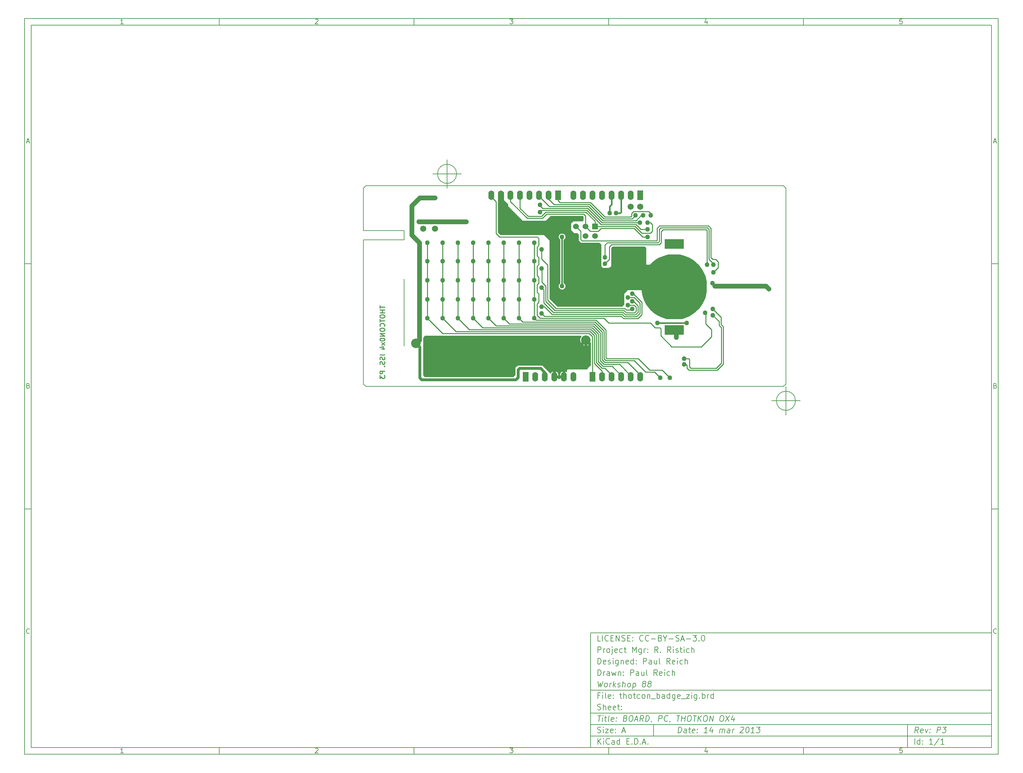
<source format=gbl>
G04 (created by PCBNEW (2012-11-15 BZR 3804)-stable) date Wed 13 Mar 2013 22:53:22 CDT*
%MOIN*%
G04 Gerber Fmt 3.4, Leading zero omitted, Abs format*
%FSLAX34Y34*%
G01*
G70*
G90*
G04 APERTURE LIST*
%ADD10C,0.006*%
%ADD11C,0.01*%
%ADD12C,0.00590551*%
%ADD13R,0.045X0.045*%
%ADD14R,0.096X0.04*%
%ADD15R,0.045X0.096*%
%ADD16R,0.095X0.04*%
%ADD17R,0.2X0.1*%
%ADD18R,0.055X0.055*%
%ADD19R,0.06X0.06*%
%ADD20C,0.06*%
%ADD21C,0.065*%
%ADD22C,0.1*%
%ADD23R,0.06X0.1*%
%ADD24O,0.06X0.1*%
%ADD25C,0.05*%
%ADD26C,0.015*%
%ADD27C,0.05*%
%ADD28C,0.03*%
%ADD29C,0.025*%
%ADD30C,0.009*%
%ADD31C,0.005*%
G04 APERTURE END LIST*
G54D10*
X-41000Y34000D02*
X61000Y34000D01*
X61000Y-43000D01*
X-41000Y-43000D01*
X-41000Y34000D01*
X-40300Y33300D02*
X60300Y33300D01*
X60300Y-42300D01*
X-40300Y-42300D01*
X-40300Y33300D01*
X-20600Y34000D02*
X-20600Y33300D01*
X-30657Y33447D02*
X-30942Y33447D01*
X-30800Y33447D02*
X-30800Y33947D01*
X-30847Y33876D01*
X-30895Y33828D01*
X-30942Y33804D01*
X-20600Y-43000D02*
X-20600Y-42300D01*
X-30657Y-42852D02*
X-30942Y-42852D01*
X-30800Y-42852D02*
X-30800Y-42352D01*
X-30847Y-42423D01*
X-30895Y-42471D01*
X-30942Y-42495D01*
X-200Y34000D02*
X-200Y33300D01*
X-10542Y33900D02*
X-10519Y33923D01*
X-10471Y33947D01*
X-10352Y33947D01*
X-10304Y33923D01*
X-10280Y33900D01*
X-10257Y33852D01*
X-10257Y33804D01*
X-10280Y33733D01*
X-10566Y33447D01*
X-10257Y33447D01*
X-200Y-43000D02*
X-200Y-42300D01*
X-10542Y-42400D02*
X-10519Y-42376D01*
X-10471Y-42352D01*
X-10352Y-42352D01*
X-10304Y-42376D01*
X-10280Y-42400D01*
X-10257Y-42447D01*
X-10257Y-42495D01*
X-10280Y-42566D01*
X-10566Y-42852D01*
X-10257Y-42852D01*
X20200Y34000D02*
X20200Y33300D01*
X9833Y33947D02*
X10142Y33947D01*
X9976Y33757D01*
X10047Y33757D01*
X10095Y33733D01*
X10119Y33709D01*
X10142Y33661D01*
X10142Y33542D01*
X10119Y33495D01*
X10095Y33471D01*
X10047Y33447D01*
X9904Y33447D01*
X9857Y33471D01*
X9833Y33495D01*
X20200Y-43000D02*
X20200Y-42300D01*
X9833Y-42352D02*
X10142Y-42352D01*
X9976Y-42542D01*
X10047Y-42542D01*
X10095Y-42566D01*
X10119Y-42590D01*
X10142Y-42638D01*
X10142Y-42757D01*
X10119Y-42804D01*
X10095Y-42828D01*
X10047Y-42852D01*
X9904Y-42852D01*
X9857Y-42828D01*
X9833Y-42804D01*
X40600Y34000D02*
X40600Y33300D01*
X30495Y33780D02*
X30495Y33447D01*
X30376Y33971D02*
X30257Y33614D01*
X30566Y33614D01*
X40600Y-43000D02*
X40600Y-42300D01*
X30495Y-42519D02*
X30495Y-42852D01*
X30376Y-42328D02*
X30257Y-42685D01*
X30566Y-42685D01*
X50919Y33947D02*
X50680Y33947D01*
X50657Y33709D01*
X50680Y33733D01*
X50728Y33757D01*
X50847Y33757D01*
X50895Y33733D01*
X50919Y33709D01*
X50942Y33661D01*
X50942Y33542D01*
X50919Y33495D01*
X50895Y33471D01*
X50847Y33447D01*
X50728Y33447D01*
X50680Y33471D01*
X50657Y33495D01*
X50919Y-42352D02*
X50680Y-42352D01*
X50657Y-42590D01*
X50680Y-42566D01*
X50728Y-42542D01*
X50847Y-42542D01*
X50895Y-42566D01*
X50919Y-42590D01*
X50942Y-42638D01*
X50942Y-42757D01*
X50919Y-42804D01*
X50895Y-42828D01*
X50847Y-42852D01*
X50728Y-42852D01*
X50680Y-42828D01*
X50657Y-42804D01*
X-41000Y8340D02*
X-40300Y8340D01*
X-40769Y21110D02*
X-40530Y21110D01*
X-40816Y20967D02*
X-40649Y21467D01*
X-40483Y20967D01*
X61000Y8340D02*
X60300Y8340D01*
X60530Y21110D02*
X60769Y21110D01*
X60483Y20967D02*
X60650Y21467D01*
X60816Y20967D01*
X-41000Y-17320D02*
X-40300Y-17320D01*
X-40614Y-4430D02*
X-40542Y-4454D01*
X-40519Y-4478D01*
X-40495Y-4525D01*
X-40495Y-4597D01*
X-40519Y-4644D01*
X-40542Y-4668D01*
X-40590Y-4692D01*
X-40780Y-4692D01*
X-40780Y-4192D01*
X-40614Y-4192D01*
X-40566Y-4216D01*
X-40542Y-4240D01*
X-40519Y-4287D01*
X-40519Y-4335D01*
X-40542Y-4382D01*
X-40566Y-4406D01*
X-40614Y-4430D01*
X-40780Y-4430D01*
X61000Y-17320D02*
X60300Y-17320D01*
X60685Y-4430D02*
X60757Y-4454D01*
X60780Y-4478D01*
X60804Y-4525D01*
X60804Y-4597D01*
X60780Y-4644D01*
X60757Y-4668D01*
X60709Y-4692D01*
X60519Y-4692D01*
X60519Y-4192D01*
X60685Y-4192D01*
X60733Y-4216D01*
X60757Y-4240D01*
X60780Y-4287D01*
X60780Y-4335D01*
X60757Y-4382D01*
X60733Y-4406D01*
X60685Y-4430D01*
X60519Y-4430D01*
X-40495Y-30304D02*
X-40519Y-30328D01*
X-40590Y-30352D01*
X-40638Y-30352D01*
X-40709Y-30328D01*
X-40757Y-30280D01*
X-40780Y-30233D01*
X-40804Y-30138D01*
X-40804Y-30066D01*
X-40780Y-29971D01*
X-40757Y-29923D01*
X-40709Y-29876D01*
X-40638Y-29852D01*
X-40590Y-29852D01*
X-40519Y-29876D01*
X-40495Y-29900D01*
X60804Y-30304D02*
X60780Y-30328D01*
X60709Y-30352D01*
X60661Y-30352D01*
X60590Y-30328D01*
X60542Y-30280D01*
X60519Y-30233D01*
X60495Y-30138D01*
X60495Y-30066D01*
X60519Y-29971D01*
X60542Y-29923D01*
X60590Y-29876D01*
X60661Y-29852D01*
X60709Y-29852D01*
X60780Y-29876D01*
X60804Y-29900D01*
X27450Y-40742D02*
X27525Y-40142D01*
X27667Y-40142D01*
X27750Y-40171D01*
X27800Y-40228D01*
X27821Y-40285D01*
X27835Y-40400D01*
X27825Y-40485D01*
X27782Y-40600D01*
X27746Y-40657D01*
X27682Y-40714D01*
X27592Y-40742D01*
X27450Y-40742D01*
X28307Y-40742D02*
X28346Y-40428D01*
X28325Y-40371D01*
X28271Y-40342D01*
X28157Y-40342D01*
X28096Y-40371D01*
X28310Y-40714D02*
X28250Y-40742D01*
X28107Y-40742D01*
X28053Y-40714D01*
X28032Y-40657D01*
X28039Y-40600D01*
X28075Y-40542D01*
X28135Y-40514D01*
X28278Y-40514D01*
X28339Y-40485D01*
X28557Y-40342D02*
X28785Y-40342D01*
X28667Y-40142D02*
X28603Y-40657D01*
X28625Y-40714D01*
X28678Y-40742D01*
X28735Y-40742D01*
X29167Y-40714D02*
X29107Y-40742D01*
X28992Y-40742D01*
X28939Y-40714D01*
X28917Y-40657D01*
X28946Y-40428D01*
X28982Y-40371D01*
X29042Y-40342D01*
X29157Y-40342D01*
X29210Y-40371D01*
X29232Y-40428D01*
X29225Y-40485D01*
X28932Y-40542D01*
X29457Y-40685D02*
X29482Y-40714D01*
X29450Y-40742D01*
X29425Y-40714D01*
X29457Y-40685D01*
X29450Y-40742D01*
X29496Y-40371D02*
X29521Y-40400D01*
X29489Y-40428D01*
X29464Y-40400D01*
X29496Y-40371D01*
X29489Y-40428D01*
X30507Y-40742D02*
X30164Y-40742D01*
X30335Y-40742D02*
X30410Y-40142D01*
X30342Y-40228D01*
X30278Y-40285D01*
X30217Y-40314D01*
X31071Y-40342D02*
X31021Y-40742D01*
X30957Y-40114D02*
X30760Y-40542D01*
X31132Y-40542D01*
X31792Y-40742D02*
X31842Y-40342D01*
X31835Y-40400D02*
X31867Y-40371D01*
X31928Y-40342D01*
X32014Y-40342D01*
X32067Y-40371D01*
X32089Y-40428D01*
X32050Y-40742D01*
X32089Y-40428D02*
X32125Y-40371D01*
X32185Y-40342D01*
X32271Y-40342D01*
X32325Y-40371D01*
X32346Y-40428D01*
X32307Y-40742D01*
X32850Y-40742D02*
X32889Y-40428D01*
X32867Y-40371D01*
X32814Y-40342D01*
X32700Y-40342D01*
X32639Y-40371D01*
X32853Y-40714D02*
X32792Y-40742D01*
X32650Y-40742D01*
X32596Y-40714D01*
X32575Y-40657D01*
X32582Y-40600D01*
X32617Y-40542D01*
X32678Y-40514D01*
X32821Y-40514D01*
X32882Y-40485D01*
X33135Y-40742D02*
X33185Y-40342D01*
X33171Y-40457D02*
X33207Y-40400D01*
X33239Y-40371D01*
X33300Y-40342D01*
X33357Y-40342D01*
X34003Y-40200D02*
X34035Y-40171D01*
X34096Y-40142D01*
X34239Y-40142D01*
X34292Y-40171D01*
X34317Y-40200D01*
X34339Y-40257D01*
X34332Y-40314D01*
X34292Y-40400D01*
X33907Y-40742D01*
X34278Y-40742D01*
X34725Y-40142D02*
X34782Y-40142D01*
X34835Y-40171D01*
X34860Y-40200D01*
X34882Y-40257D01*
X34896Y-40371D01*
X34878Y-40514D01*
X34835Y-40628D01*
X34800Y-40685D01*
X34767Y-40714D01*
X34707Y-40742D01*
X34650Y-40742D01*
X34596Y-40714D01*
X34571Y-40685D01*
X34550Y-40628D01*
X34535Y-40514D01*
X34553Y-40371D01*
X34596Y-40257D01*
X34632Y-40200D01*
X34664Y-40171D01*
X34725Y-40142D01*
X35421Y-40742D02*
X35078Y-40742D01*
X35250Y-40742D02*
X35325Y-40142D01*
X35257Y-40228D01*
X35192Y-40285D01*
X35132Y-40314D01*
X35696Y-40142D02*
X36067Y-40142D01*
X35839Y-40371D01*
X35925Y-40371D01*
X35978Y-40400D01*
X36003Y-40428D01*
X36025Y-40485D01*
X36007Y-40628D01*
X35971Y-40685D01*
X35939Y-40714D01*
X35878Y-40742D01*
X35707Y-40742D01*
X35653Y-40714D01*
X35628Y-40685D01*
X19042Y-41942D02*
X19042Y-41342D01*
X19385Y-41942D02*
X19128Y-41600D01*
X19385Y-41342D02*
X19042Y-41685D01*
X19642Y-41942D02*
X19642Y-41542D01*
X19642Y-41342D02*
X19614Y-41371D01*
X19642Y-41400D01*
X19671Y-41371D01*
X19642Y-41342D01*
X19642Y-41400D01*
X20271Y-41885D02*
X20242Y-41914D01*
X20157Y-41942D01*
X20100Y-41942D01*
X20014Y-41914D01*
X19957Y-41857D01*
X19928Y-41800D01*
X19900Y-41685D01*
X19900Y-41600D01*
X19928Y-41485D01*
X19957Y-41428D01*
X20014Y-41371D01*
X20100Y-41342D01*
X20157Y-41342D01*
X20242Y-41371D01*
X20271Y-41400D01*
X20785Y-41942D02*
X20785Y-41628D01*
X20757Y-41571D01*
X20700Y-41542D01*
X20585Y-41542D01*
X20528Y-41571D01*
X20785Y-41914D02*
X20728Y-41942D01*
X20585Y-41942D01*
X20528Y-41914D01*
X20500Y-41857D01*
X20500Y-41800D01*
X20528Y-41742D01*
X20585Y-41714D01*
X20728Y-41714D01*
X20785Y-41685D01*
X21328Y-41942D02*
X21328Y-41342D01*
X21328Y-41914D02*
X21271Y-41942D01*
X21157Y-41942D01*
X21100Y-41914D01*
X21071Y-41885D01*
X21042Y-41828D01*
X21042Y-41657D01*
X21071Y-41600D01*
X21100Y-41571D01*
X21157Y-41542D01*
X21271Y-41542D01*
X21328Y-41571D01*
X22071Y-41628D02*
X22271Y-41628D01*
X22357Y-41942D02*
X22071Y-41942D01*
X22071Y-41342D01*
X22357Y-41342D01*
X22614Y-41885D02*
X22642Y-41914D01*
X22614Y-41942D01*
X22585Y-41914D01*
X22614Y-41885D01*
X22614Y-41942D01*
X22899Y-41942D02*
X22899Y-41342D01*
X23042Y-41342D01*
X23128Y-41371D01*
X23185Y-41428D01*
X23214Y-41485D01*
X23242Y-41600D01*
X23242Y-41685D01*
X23214Y-41800D01*
X23185Y-41857D01*
X23128Y-41914D01*
X23042Y-41942D01*
X22899Y-41942D01*
X23499Y-41885D02*
X23528Y-41914D01*
X23499Y-41942D01*
X23471Y-41914D01*
X23499Y-41885D01*
X23499Y-41942D01*
X23757Y-41771D02*
X24042Y-41771D01*
X23699Y-41942D02*
X23899Y-41342D01*
X24099Y-41942D01*
X24299Y-41885D02*
X24328Y-41914D01*
X24299Y-41942D01*
X24271Y-41914D01*
X24299Y-41885D01*
X24299Y-41942D01*
X52592Y-40742D02*
X52428Y-40457D01*
X52250Y-40742D02*
X52325Y-40142D01*
X52553Y-40142D01*
X52607Y-40171D01*
X52632Y-40200D01*
X52653Y-40257D01*
X52642Y-40342D01*
X52607Y-40400D01*
X52575Y-40428D01*
X52514Y-40457D01*
X52285Y-40457D01*
X53082Y-40714D02*
X53021Y-40742D01*
X52907Y-40742D01*
X52853Y-40714D01*
X52832Y-40657D01*
X52860Y-40428D01*
X52896Y-40371D01*
X52957Y-40342D01*
X53071Y-40342D01*
X53125Y-40371D01*
X53146Y-40428D01*
X53139Y-40485D01*
X52846Y-40542D01*
X53357Y-40342D02*
X53450Y-40742D01*
X53642Y-40342D01*
X53828Y-40685D02*
X53853Y-40714D01*
X53821Y-40742D01*
X53796Y-40714D01*
X53828Y-40685D01*
X53821Y-40742D01*
X53867Y-40371D02*
X53892Y-40400D01*
X53860Y-40428D01*
X53835Y-40400D01*
X53867Y-40371D01*
X53860Y-40428D01*
X54564Y-40742D02*
X54639Y-40142D01*
X54867Y-40142D01*
X54921Y-40171D01*
X54946Y-40200D01*
X54967Y-40257D01*
X54957Y-40342D01*
X54921Y-40400D01*
X54889Y-40428D01*
X54828Y-40457D01*
X54600Y-40457D01*
X55182Y-40142D02*
X55553Y-40142D01*
X55325Y-40371D01*
X55410Y-40371D01*
X55464Y-40400D01*
X55489Y-40428D01*
X55510Y-40485D01*
X55492Y-40628D01*
X55457Y-40685D01*
X55425Y-40714D01*
X55364Y-40742D01*
X55192Y-40742D01*
X55139Y-40714D01*
X55114Y-40685D01*
X19014Y-40714D02*
X19100Y-40742D01*
X19242Y-40742D01*
X19300Y-40714D01*
X19328Y-40685D01*
X19357Y-40628D01*
X19357Y-40571D01*
X19328Y-40514D01*
X19300Y-40485D01*
X19242Y-40457D01*
X19128Y-40428D01*
X19071Y-40400D01*
X19042Y-40371D01*
X19014Y-40314D01*
X19014Y-40257D01*
X19042Y-40200D01*
X19071Y-40171D01*
X19128Y-40142D01*
X19271Y-40142D01*
X19357Y-40171D01*
X19614Y-40742D02*
X19614Y-40342D01*
X19614Y-40142D02*
X19585Y-40171D01*
X19614Y-40200D01*
X19642Y-40171D01*
X19614Y-40142D01*
X19614Y-40200D01*
X19842Y-40342D02*
X20157Y-40342D01*
X19842Y-40742D01*
X20157Y-40742D01*
X20614Y-40714D02*
X20557Y-40742D01*
X20442Y-40742D01*
X20385Y-40714D01*
X20357Y-40657D01*
X20357Y-40428D01*
X20385Y-40371D01*
X20442Y-40342D01*
X20557Y-40342D01*
X20614Y-40371D01*
X20642Y-40428D01*
X20642Y-40485D01*
X20357Y-40542D01*
X20900Y-40685D02*
X20928Y-40714D01*
X20900Y-40742D01*
X20871Y-40714D01*
X20900Y-40685D01*
X20900Y-40742D01*
X20900Y-40371D02*
X20928Y-40400D01*
X20900Y-40428D01*
X20871Y-40400D01*
X20900Y-40371D01*
X20900Y-40428D01*
X21614Y-40571D02*
X21900Y-40571D01*
X21557Y-40742D02*
X21757Y-40142D01*
X21957Y-40742D01*
X52242Y-41942D02*
X52242Y-41342D01*
X52785Y-41942D02*
X52785Y-41342D01*
X52785Y-41914D02*
X52728Y-41942D01*
X52614Y-41942D01*
X52557Y-41914D01*
X52528Y-41885D01*
X52500Y-41828D01*
X52500Y-41657D01*
X52528Y-41600D01*
X52557Y-41571D01*
X52614Y-41542D01*
X52728Y-41542D01*
X52785Y-41571D01*
X53071Y-41885D02*
X53100Y-41914D01*
X53071Y-41942D01*
X53042Y-41914D01*
X53071Y-41885D01*
X53071Y-41942D01*
X53071Y-41571D02*
X53100Y-41600D01*
X53071Y-41628D01*
X53042Y-41600D01*
X53071Y-41571D01*
X53071Y-41628D01*
X54128Y-41942D02*
X53785Y-41942D01*
X53957Y-41942D02*
X53957Y-41342D01*
X53899Y-41428D01*
X53842Y-41485D01*
X53785Y-41514D01*
X54814Y-41314D02*
X54300Y-42085D01*
X55328Y-41942D02*
X54985Y-41942D01*
X55157Y-41942D02*
X55157Y-41342D01*
X55099Y-41428D01*
X55042Y-41485D01*
X54985Y-41514D01*
X19039Y-38942D02*
X19382Y-38942D01*
X19135Y-39542D02*
X19210Y-38942D01*
X19507Y-39542D02*
X19557Y-39142D01*
X19582Y-38942D02*
X19550Y-38971D01*
X19575Y-39000D01*
X19607Y-38971D01*
X19582Y-38942D01*
X19575Y-39000D01*
X19757Y-39142D02*
X19985Y-39142D01*
X19867Y-38942D02*
X19803Y-39457D01*
X19825Y-39514D01*
X19878Y-39542D01*
X19935Y-39542D01*
X20221Y-39542D02*
X20167Y-39514D01*
X20146Y-39457D01*
X20210Y-38942D01*
X20682Y-39514D02*
X20621Y-39542D01*
X20507Y-39542D01*
X20453Y-39514D01*
X20432Y-39457D01*
X20460Y-39228D01*
X20496Y-39171D01*
X20557Y-39142D01*
X20671Y-39142D01*
X20725Y-39171D01*
X20746Y-39228D01*
X20739Y-39285D01*
X20446Y-39342D01*
X20971Y-39485D02*
X20996Y-39514D01*
X20964Y-39542D01*
X20939Y-39514D01*
X20971Y-39485D01*
X20964Y-39542D01*
X21010Y-39171D02*
X21035Y-39200D01*
X21003Y-39228D01*
X20978Y-39200D01*
X21010Y-39171D01*
X21003Y-39228D01*
X21946Y-39228D02*
X22028Y-39257D01*
X22053Y-39285D01*
X22075Y-39342D01*
X22064Y-39428D01*
X22028Y-39485D01*
X21996Y-39514D01*
X21935Y-39542D01*
X21707Y-39542D01*
X21782Y-38942D01*
X21982Y-38942D01*
X22035Y-38971D01*
X22060Y-39000D01*
X22082Y-39057D01*
X22075Y-39114D01*
X22039Y-39171D01*
X22007Y-39200D01*
X21946Y-39228D01*
X21746Y-39228D01*
X22496Y-38942D02*
X22610Y-38942D01*
X22664Y-38971D01*
X22714Y-39028D01*
X22728Y-39142D01*
X22703Y-39342D01*
X22660Y-39457D01*
X22596Y-39514D01*
X22535Y-39542D01*
X22421Y-39542D01*
X22367Y-39514D01*
X22317Y-39457D01*
X22303Y-39342D01*
X22328Y-39142D01*
X22371Y-39028D01*
X22435Y-38971D01*
X22496Y-38942D01*
X22928Y-39371D02*
X23214Y-39371D01*
X22850Y-39542D02*
X23125Y-38942D01*
X23250Y-39542D01*
X23792Y-39542D02*
X23628Y-39257D01*
X23450Y-39542D02*
X23525Y-38942D01*
X23753Y-38942D01*
X23807Y-38971D01*
X23832Y-39000D01*
X23853Y-39057D01*
X23842Y-39142D01*
X23807Y-39200D01*
X23775Y-39228D01*
X23714Y-39257D01*
X23485Y-39257D01*
X24050Y-39542D02*
X24125Y-38942D01*
X24267Y-38942D01*
X24350Y-38971D01*
X24400Y-39028D01*
X24421Y-39085D01*
X24435Y-39200D01*
X24425Y-39285D01*
X24382Y-39400D01*
X24346Y-39457D01*
X24282Y-39514D01*
X24192Y-39542D01*
X24050Y-39542D01*
X24682Y-39514D02*
X24678Y-39542D01*
X24642Y-39600D01*
X24610Y-39628D01*
X25392Y-39542D02*
X25467Y-38942D01*
X25696Y-38942D01*
X25749Y-38971D01*
X25775Y-39000D01*
X25796Y-39057D01*
X25785Y-39142D01*
X25750Y-39200D01*
X25717Y-39228D01*
X25657Y-39257D01*
X25428Y-39257D01*
X26342Y-39485D02*
X26310Y-39514D01*
X26221Y-39542D01*
X26164Y-39542D01*
X26082Y-39514D01*
X26032Y-39457D01*
X26010Y-39400D01*
X25996Y-39285D01*
X26007Y-39200D01*
X26050Y-39085D01*
X26085Y-39028D01*
X26149Y-38971D01*
X26239Y-38942D01*
X26296Y-38942D01*
X26378Y-38971D01*
X26403Y-39000D01*
X26625Y-39514D02*
X26621Y-39542D01*
X26585Y-39600D01*
X26553Y-39628D01*
X27325Y-38942D02*
X27667Y-38942D01*
X27421Y-39542D02*
X27496Y-38942D01*
X27792Y-39542D02*
X27867Y-38942D01*
X27832Y-39228D02*
X28175Y-39228D01*
X28135Y-39542D02*
X28210Y-38942D01*
X28610Y-38942D02*
X28725Y-38942D01*
X28778Y-38971D01*
X28828Y-39028D01*
X28842Y-39142D01*
X28817Y-39342D01*
X28774Y-39457D01*
X28710Y-39514D01*
X28650Y-39542D01*
X28535Y-39542D01*
X28482Y-39514D01*
X28432Y-39457D01*
X28417Y-39342D01*
X28442Y-39142D01*
X28485Y-39028D01*
X28549Y-38971D01*
X28610Y-38942D01*
X29039Y-38942D02*
X29382Y-38942D01*
X29135Y-39542D02*
X29210Y-38942D01*
X29507Y-39542D02*
X29582Y-38942D01*
X29849Y-39542D02*
X29635Y-39200D01*
X29924Y-38942D02*
X29539Y-39285D01*
X30296Y-38942D02*
X30410Y-38942D01*
X30464Y-38971D01*
X30514Y-39028D01*
X30528Y-39142D01*
X30503Y-39342D01*
X30460Y-39457D01*
X30396Y-39514D01*
X30335Y-39542D01*
X30221Y-39542D01*
X30167Y-39514D01*
X30117Y-39457D01*
X30103Y-39342D01*
X30128Y-39142D01*
X30171Y-39028D01*
X30235Y-38971D01*
X30296Y-38942D01*
X30735Y-39542D02*
X30810Y-38942D01*
X31078Y-39542D01*
X31153Y-38942D01*
X32010Y-38942D02*
X32124Y-38942D01*
X32178Y-38971D01*
X32228Y-39028D01*
X32242Y-39142D01*
X32217Y-39342D01*
X32174Y-39457D01*
X32110Y-39514D01*
X32049Y-39542D01*
X31935Y-39542D01*
X31882Y-39514D01*
X31832Y-39457D01*
X31817Y-39342D01*
X31842Y-39142D01*
X31885Y-39028D01*
X31949Y-38971D01*
X32010Y-38942D01*
X32467Y-38942D02*
X32792Y-39542D01*
X32867Y-38942D02*
X32392Y-39542D01*
X33328Y-39142D02*
X33278Y-39542D01*
X33214Y-38914D02*
X33017Y-39342D01*
X33389Y-39342D01*
X19242Y-36828D02*
X19042Y-36828D01*
X19042Y-37142D02*
X19042Y-36542D01*
X19328Y-36542D01*
X19557Y-37142D02*
X19557Y-36742D01*
X19557Y-36542D02*
X19528Y-36571D01*
X19557Y-36600D01*
X19585Y-36571D01*
X19557Y-36542D01*
X19557Y-36600D01*
X19928Y-37142D02*
X19871Y-37114D01*
X19842Y-37057D01*
X19842Y-36542D01*
X20385Y-37114D02*
X20328Y-37142D01*
X20214Y-37142D01*
X20157Y-37114D01*
X20128Y-37057D01*
X20128Y-36828D01*
X20157Y-36771D01*
X20214Y-36742D01*
X20328Y-36742D01*
X20385Y-36771D01*
X20414Y-36828D01*
X20414Y-36885D01*
X20128Y-36942D01*
X20671Y-37085D02*
X20700Y-37114D01*
X20671Y-37142D01*
X20642Y-37114D01*
X20671Y-37085D01*
X20671Y-37142D01*
X20671Y-36771D02*
X20700Y-36800D01*
X20671Y-36828D01*
X20642Y-36800D01*
X20671Y-36771D01*
X20671Y-36828D01*
X21328Y-36742D02*
X21557Y-36742D01*
X21414Y-36542D02*
X21414Y-37057D01*
X21442Y-37114D01*
X21500Y-37142D01*
X21557Y-37142D01*
X21757Y-37142D02*
X21757Y-36542D01*
X22014Y-37142D02*
X22014Y-36828D01*
X21985Y-36771D01*
X21928Y-36742D01*
X21842Y-36742D01*
X21785Y-36771D01*
X21757Y-36800D01*
X22385Y-37142D02*
X22328Y-37114D01*
X22300Y-37085D01*
X22271Y-37028D01*
X22271Y-36857D01*
X22300Y-36800D01*
X22328Y-36771D01*
X22385Y-36742D01*
X22471Y-36742D01*
X22528Y-36771D01*
X22557Y-36800D01*
X22585Y-36857D01*
X22585Y-37028D01*
X22557Y-37085D01*
X22528Y-37114D01*
X22471Y-37142D01*
X22385Y-37142D01*
X22757Y-36742D02*
X22985Y-36742D01*
X22842Y-36542D02*
X22842Y-37057D01*
X22871Y-37114D01*
X22928Y-37142D01*
X22985Y-37142D01*
X23442Y-37114D02*
X23385Y-37142D01*
X23271Y-37142D01*
X23214Y-37114D01*
X23185Y-37085D01*
X23157Y-37028D01*
X23157Y-36857D01*
X23185Y-36800D01*
X23214Y-36771D01*
X23271Y-36742D01*
X23385Y-36742D01*
X23442Y-36771D01*
X23785Y-37142D02*
X23728Y-37114D01*
X23700Y-37085D01*
X23671Y-37028D01*
X23671Y-36857D01*
X23700Y-36800D01*
X23728Y-36771D01*
X23785Y-36742D01*
X23871Y-36742D01*
X23928Y-36771D01*
X23957Y-36800D01*
X23985Y-36857D01*
X23985Y-37028D01*
X23957Y-37085D01*
X23928Y-37114D01*
X23871Y-37142D01*
X23785Y-37142D01*
X24242Y-36742D02*
X24242Y-37142D01*
X24242Y-36800D02*
X24271Y-36771D01*
X24328Y-36742D01*
X24414Y-36742D01*
X24471Y-36771D01*
X24500Y-36828D01*
X24500Y-37142D01*
X24642Y-37200D02*
X25100Y-37200D01*
X25242Y-37142D02*
X25242Y-36542D01*
X25242Y-36771D02*
X25300Y-36742D01*
X25414Y-36742D01*
X25471Y-36771D01*
X25500Y-36800D01*
X25528Y-36857D01*
X25528Y-37028D01*
X25500Y-37085D01*
X25471Y-37114D01*
X25414Y-37142D01*
X25300Y-37142D01*
X25242Y-37114D01*
X26042Y-37142D02*
X26042Y-36828D01*
X26014Y-36771D01*
X25957Y-36742D01*
X25842Y-36742D01*
X25785Y-36771D01*
X26042Y-37114D02*
X25985Y-37142D01*
X25842Y-37142D01*
X25785Y-37114D01*
X25757Y-37057D01*
X25757Y-37000D01*
X25785Y-36942D01*
X25842Y-36914D01*
X25985Y-36914D01*
X26042Y-36885D01*
X26585Y-37142D02*
X26585Y-36542D01*
X26585Y-37114D02*
X26528Y-37142D01*
X26414Y-37142D01*
X26357Y-37114D01*
X26328Y-37085D01*
X26300Y-37028D01*
X26300Y-36857D01*
X26328Y-36800D01*
X26357Y-36771D01*
X26414Y-36742D01*
X26528Y-36742D01*
X26585Y-36771D01*
X27128Y-36742D02*
X27128Y-37228D01*
X27100Y-37285D01*
X27071Y-37314D01*
X27014Y-37342D01*
X26928Y-37342D01*
X26871Y-37314D01*
X27128Y-37114D02*
X27071Y-37142D01*
X26957Y-37142D01*
X26900Y-37114D01*
X26871Y-37085D01*
X26842Y-37028D01*
X26842Y-36857D01*
X26871Y-36800D01*
X26900Y-36771D01*
X26957Y-36742D01*
X27071Y-36742D01*
X27128Y-36771D01*
X27642Y-37114D02*
X27585Y-37142D01*
X27471Y-37142D01*
X27414Y-37114D01*
X27385Y-37057D01*
X27385Y-36828D01*
X27414Y-36771D01*
X27471Y-36742D01*
X27585Y-36742D01*
X27642Y-36771D01*
X27671Y-36828D01*
X27671Y-36885D01*
X27385Y-36942D01*
X27785Y-37200D02*
X28242Y-37200D01*
X28328Y-36742D02*
X28642Y-36742D01*
X28328Y-37142D01*
X28642Y-37142D01*
X28871Y-37142D02*
X28871Y-36742D01*
X28871Y-36542D02*
X28842Y-36571D01*
X28871Y-36600D01*
X28900Y-36571D01*
X28871Y-36542D01*
X28871Y-36600D01*
X29414Y-36742D02*
X29414Y-37228D01*
X29385Y-37285D01*
X29357Y-37314D01*
X29299Y-37342D01*
X29214Y-37342D01*
X29157Y-37314D01*
X29414Y-37114D02*
X29357Y-37142D01*
X29242Y-37142D01*
X29185Y-37114D01*
X29157Y-37085D01*
X29128Y-37028D01*
X29128Y-36857D01*
X29157Y-36800D01*
X29185Y-36771D01*
X29242Y-36742D01*
X29357Y-36742D01*
X29414Y-36771D01*
X29699Y-37085D02*
X29728Y-37114D01*
X29699Y-37142D01*
X29671Y-37114D01*
X29699Y-37085D01*
X29699Y-37142D01*
X29985Y-37142D02*
X29985Y-36542D01*
X29985Y-36771D02*
X30042Y-36742D01*
X30157Y-36742D01*
X30214Y-36771D01*
X30242Y-36800D01*
X30271Y-36857D01*
X30271Y-37028D01*
X30242Y-37085D01*
X30214Y-37114D01*
X30157Y-37142D01*
X30042Y-37142D01*
X29985Y-37114D01*
X30528Y-37142D02*
X30528Y-36742D01*
X30528Y-36857D02*
X30557Y-36800D01*
X30585Y-36771D01*
X30642Y-36742D01*
X30699Y-36742D01*
X31157Y-37142D02*
X31157Y-36542D01*
X31157Y-37114D02*
X31099Y-37142D01*
X30985Y-37142D01*
X30928Y-37114D01*
X30899Y-37085D01*
X30871Y-37028D01*
X30871Y-36857D01*
X30899Y-36800D01*
X30928Y-36771D01*
X30985Y-36742D01*
X31099Y-36742D01*
X31157Y-36771D01*
X19014Y-38314D02*
X19100Y-38342D01*
X19242Y-38342D01*
X19300Y-38314D01*
X19328Y-38285D01*
X19357Y-38228D01*
X19357Y-38171D01*
X19328Y-38114D01*
X19300Y-38085D01*
X19242Y-38057D01*
X19128Y-38028D01*
X19071Y-38000D01*
X19042Y-37971D01*
X19014Y-37914D01*
X19014Y-37857D01*
X19042Y-37800D01*
X19071Y-37771D01*
X19128Y-37742D01*
X19271Y-37742D01*
X19357Y-37771D01*
X19614Y-38342D02*
X19614Y-37742D01*
X19871Y-38342D02*
X19871Y-38028D01*
X19842Y-37971D01*
X19785Y-37942D01*
X19700Y-37942D01*
X19642Y-37971D01*
X19614Y-38000D01*
X20385Y-38314D02*
X20328Y-38342D01*
X20214Y-38342D01*
X20157Y-38314D01*
X20128Y-38257D01*
X20128Y-38028D01*
X20157Y-37971D01*
X20214Y-37942D01*
X20328Y-37942D01*
X20385Y-37971D01*
X20414Y-38028D01*
X20414Y-38085D01*
X20128Y-38142D01*
X20900Y-38314D02*
X20842Y-38342D01*
X20728Y-38342D01*
X20671Y-38314D01*
X20642Y-38257D01*
X20642Y-38028D01*
X20671Y-37971D01*
X20728Y-37942D01*
X20842Y-37942D01*
X20900Y-37971D01*
X20928Y-38028D01*
X20928Y-38085D01*
X20642Y-38142D01*
X21100Y-37942D02*
X21328Y-37942D01*
X21185Y-37742D02*
X21185Y-38257D01*
X21214Y-38314D01*
X21271Y-38342D01*
X21328Y-38342D01*
X21528Y-38285D02*
X21557Y-38314D01*
X21528Y-38342D01*
X21500Y-38314D01*
X21528Y-38285D01*
X21528Y-38342D01*
X21528Y-37971D02*
X21557Y-38000D01*
X21528Y-38028D01*
X21500Y-38000D01*
X21528Y-37971D01*
X21528Y-38028D01*
X19067Y-35342D02*
X19135Y-35942D01*
X19303Y-35514D01*
X19364Y-35942D01*
X19582Y-35342D01*
X19821Y-35942D02*
X19767Y-35914D01*
X19742Y-35885D01*
X19721Y-35828D01*
X19742Y-35657D01*
X19778Y-35600D01*
X19810Y-35571D01*
X19871Y-35542D01*
X19957Y-35542D01*
X20010Y-35571D01*
X20035Y-35600D01*
X20057Y-35657D01*
X20035Y-35828D01*
X20000Y-35885D01*
X19967Y-35914D01*
X19907Y-35942D01*
X19821Y-35942D01*
X20278Y-35942D02*
X20328Y-35542D01*
X20314Y-35657D02*
X20350Y-35600D01*
X20382Y-35571D01*
X20442Y-35542D01*
X20500Y-35542D01*
X20650Y-35942D02*
X20725Y-35342D01*
X20735Y-35714D02*
X20878Y-35942D01*
X20928Y-35542D02*
X20671Y-35771D01*
X21110Y-35914D02*
X21164Y-35942D01*
X21278Y-35942D01*
X21339Y-35914D01*
X21375Y-35857D01*
X21378Y-35828D01*
X21357Y-35771D01*
X21303Y-35742D01*
X21217Y-35742D01*
X21164Y-35714D01*
X21142Y-35657D01*
X21146Y-35628D01*
X21182Y-35571D01*
X21242Y-35542D01*
X21328Y-35542D01*
X21382Y-35571D01*
X21621Y-35942D02*
X21696Y-35342D01*
X21878Y-35942D02*
X21917Y-35628D01*
X21896Y-35571D01*
X21842Y-35542D01*
X21757Y-35542D01*
X21696Y-35571D01*
X21664Y-35600D01*
X22249Y-35942D02*
X22196Y-35914D01*
X22171Y-35885D01*
X22150Y-35828D01*
X22171Y-35657D01*
X22207Y-35600D01*
X22239Y-35571D01*
X22299Y-35542D01*
X22385Y-35542D01*
X22439Y-35571D01*
X22464Y-35600D01*
X22485Y-35657D01*
X22464Y-35828D01*
X22428Y-35885D01*
X22396Y-35914D01*
X22335Y-35942D01*
X22249Y-35942D01*
X22757Y-35542D02*
X22682Y-36142D01*
X22753Y-35571D02*
X22814Y-35542D01*
X22928Y-35542D01*
X22982Y-35571D01*
X23007Y-35600D01*
X23028Y-35657D01*
X23007Y-35828D01*
X22971Y-35885D01*
X22939Y-35914D01*
X22878Y-35942D01*
X22764Y-35942D01*
X22710Y-35914D01*
X23835Y-35600D02*
X23782Y-35571D01*
X23757Y-35542D01*
X23735Y-35485D01*
X23739Y-35457D01*
X23774Y-35400D01*
X23807Y-35371D01*
X23867Y-35342D01*
X23982Y-35342D01*
X24035Y-35371D01*
X24060Y-35400D01*
X24082Y-35457D01*
X24078Y-35485D01*
X24042Y-35542D01*
X24010Y-35571D01*
X23949Y-35600D01*
X23835Y-35600D01*
X23775Y-35628D01*
X23742Y-35657D01*
X23707Y-35714D01*
X23692Y-35828D01*
X23714Y-35885D01*
X23739Y-35914D01*
X23792Y-35942D01*
X23907Y-35942D01*
X23967Y-35914D01*
X23999Y-35885D01*
X24035Y-35828D01*
X24049Y-35714D01*
X24028Y-35657D01*
X24003Y-35628D01*
X23949Y-35600D01*
X24407Y-35600D02*
X24353Y-35571D01*
X24328Y-35542D01*
X24307Y-35485D01*
X24310Y-35457D01*
X24346Y-35400D01*
X24378Y-35371D01*
X24439Y-35342D01*
X24553Y-35342D01*
X24607Y-35371D01*
X24632Y-35400D01*
X24653Y-35457D01*
X24650Y-35485D01*
X24614Y-35542D01*
X24582Y-35571D01*
X24521Y-35600D01*
X24407Y-35600D01*
X24346Y-35628D01*
X24314Y-35657D01*
X24278Y-35714D01*
X24264Y-35828D01*
X24285Y-35885D01*
X24310Y-35914D01*
X24364Y-35942D01*
X24478Y-35942D01*
X24539Y-35914D01*
X24571Y-35885D01*
X24607Y-35828D01*
X24621Y-35714D01*
X24599Y-35657D01*
X24575Y-35628D01*
X24521Y-35600D01*
X19042Y-34742D02*
X19042Y-34142D01*
X19185Y-34142D01*
X19271Y-34171D01*
X19328Y-34228D01*
X19357Y-34285D01*
X19385Y-34400D01*
X19385Y-34485D01*
X19357Y-34600D01*
X19328Y-34657D01*
X19271Y-34714D01*
X19185Y-34742D01*
X19042Y-34742D01*
X19642Y-34742D02*
X19642Y-34342D01*
X19642Y-34457D02*
X19671Y-34400D01*
X19700Y-34371D01*
X19757Y-34342D01*
X19814Y-34342D01*
X20271Y-34742D02*
X20271Y-34428D01*
X20242Y-34371D01*
X20185Y-34342D01*
X20071Y-34342D01*
X20014Y-34371D01*
X20271Y-34714D02*
X20214Y-34742D01*
X20071Y-34742D01*
X20014Y-34714D01*
X19985Y-34657D01*
X19985Y-34600D01*
X20014Y-34542D01*
X20071Y-34514D01*
X20214Y-34514D01*
X20271Y-34485D01*
X20500Y-34342D02*
X20614Y-34742D01*
X20728Y-34457D01*
X20842Y-34742D01*
X20957Y-34342D01*
X21185Y-34342D02*
X21185Y-34742D01*
X21185Y-34400D02*
X21214Y-34371D01*
X21271Y-34342D01*
X21357Y-34342D01*
X21414Y-34371D01*
X21442Y-34428D01*
X21442Y-34742D01*
X21728Y-34685D02*
X21757Y-34714D01*
X21728Y-34742D01*
X21700Y-34714D01*
X21728Y-34685D01*
X21728Y-34742D01*
X21728Y-34371D02*
X21757Y-34400D01*
X21728Y-34428D01*
X21700Y-34400D01*
X21728Y-34371D01*
X21728Y-34428D01*
X22471Y-34742D02*
X22471Y-34142D01*
X22700Y-34142D01*
X22757Y-34171D01*
X22785Y-34200D01*
X22814Y-34257D01*
X22814Y-34342D01*
X22785Y-34400D01*
X22757Y-34428D01*
X22700Y-34457D01*
X22471Y-34457D01*
X23328Y-34742D02*
X23328Y-34428D01*
X23300Y-34371D01*
X23242Y-34342D01*
X23128Y-34342D01*
X23071Y-34371D01*
X23328Y-34714D02*
X23271Y-34742D01*
X23128Y-34742D01*
X23071Y-34714D01*
X23042Y-34657D01*
X23042Y-34600D01*
X23071Y-34542D01*
X23128Y-34514D01*
X23271Y-34514D01*
X23328Y-34485D01*
X23871Y-34342D02*
X23871Y-34742D01*
X23614Y-34342D02*
X23614Y-34657D01*
X23642Y-34714D01*
X23699Y-34742D01*
X23785Y-34742D01*
X23842Y-34714D01*
X23871Y-34685D01*
X24242Y-34742D02*
X24185Y-34714D01*
X24157Y-34657D01*
X24157Y-34142D01*
X25271Y-34742D02*
X25071Y-34457D01*
X24928Y-34742D02*
X24928Y-34142D01*
X25157Y-34142D01*
X25214Y-34171D01*
X25242Y-34200D01*
X25271Y-34257D01*
X25271Y-34342D01*
X25242Y-34400D01*
X25214Y-34428D01*
X25157Y-34457D01*
X24928Y-34457D01*
X25757Y-34714D02*
X25700Y-34742D01*
X25585Y-34742D01*
X25528Y-34714D01*
X25500Y-34657D01*
X25500Y-34428D01*
X25528Y-34371D01*
X25585Y-34342D01*
X25700Y-34342D01*
X25757Y-34371D01*
X25785Y-34428D01*
X25785Y-34485D01*
X25500Y-34542D01*
X26042Y-34742D02*
X26042Y-34342D01*
X26042Y-34142D02*
X26014Y-34171D01*
X26042Y-34200D01*
X26071Y-34171D01*
X26042Y-34142D01*
X26042Y-34200D01*
X26585Y-34714D02*
X26528Y-34742D01*
X26414Y-34742D01*
X26357Y-34714D01*
X26328Y-34685D01*
X26300Y-34628D01*
X26300Y-34457D01*
X26328Y-34400D01*
X26357Y-34371D01*
X26414Y-34342D01*
X26528Y-34342D01*
X26585Y-34371D01*
X26842Y-34742D02*
X26842Y-34142D01*
X27100Y-34742D02*
X27100Y-34428D01*
X27071Y-34371D01*
X27014Y-34342D01*
X26928Y-34342D01*
X26871Y-34371D01*
X26842Y-34400D01*
X19042Y-33542D02*
X19042Y-32942D01*
X19185Y-32942D01*
X19271Y-32971D01*
X19328Y-33028D01*
X19357Y-33085D01*
X19385Y-33200D01*
X19385Y-33285D01*
X19357Y-33400D01*
X19328Y-33457D01*
X19271Y-33514D01*
X19185Y-33542D01*
X19042Y-33542D01*
X19871Y-33514D02*
X19814Y-33542D01*
X19700Y-33542D01*
X19642Y-33514D01*
X19614Y-33457D01*
X19614Y-33228D01*
X19642Y-33171D01*
X19700Y-33142D01*
X19814Y-33142D01*
X19871Y-33171D01*
X19900Y-33228D01*
X19900Y-33285D01*
X19614Y-33342D01*
X20128Y-33514D02*
X20185Y-33542D01*
X20300Y-33542D01*
X20357Y-33514D01*
X20385Y-33457D01*
X20385Y-33428D01*
X20357Y-33371D01*
X20300Y-33342D01*
X20214Y-33342D01*
X20157Y-33314D01*
X20128Y-33257D01*
X20128Y-33228D01*
X20157Y-33171D01*
X20214Y-33142D01*
X20300Y-33142D01*
X20357Y-33171D01*
X20642Y-33542D02*
X20642Y-33142D01*
X20642Y-32942D02*
X20614Y-32971D01*
X20642Y-33000D01*
X20671Y-32971D01*
X20642Y-32942D01*
X20642Y-33000D01*
X21185Y-33142D02*
X21185Y-33628D01*
X21157Y-33685D01*
X21128Y-33714D01*
X21071Y-33742D01*
X20985Y-33742D01*
X20928Y-33714D01*
X21185Y-33514D02*
X21128Y-33542D01*
X21014Y-33542D01*
X20957Y-33514D01*
X20928Y-33485D01*
X20900Y-33428D01*
X20900Y-33257D01*
X20928Y-33200D01*
X20957Y-33171D01*
X21014Y-33142D01*
X21128Y-33142D01*
X21185Y-33171D01*
X21471Y-33142D02*
X21471Y-33542D01*
X21471Y-33200D02*
X21500Y-33171D01*
X21557Y-33142D01*
X21642Y-33142D01*
X21700Y-33171D01*
X21728Y-33228D01*
X21728Y-33542D01*
X22242Y-33514D02*
X22185Y-33542D01*
X22071Y-33542D01*
X22014Y-33514D01*
X21985Y-33457D01*
X21985Y-33228D01*
X22014Y-33171D01*
X22071Y-33142D01*
X22185Y-33142D01*
X22242Y-33171D01*
X22271Y-33228D01*
X22271Y-33285D01*
X21985Y-33342D01*
X22785Y-33542D02*
X22785Y-32942D01*
X22785Y-33514D02*
X22728Y-33542D01*
X22614Y-33542D01*
X22557Y-33514D01*
X22528Y-33485D01*
X22500Y-33428D01*
X22500Y-33257D01*
X22528Y-33200D01*
X22557Y-33171D01*
X22614Y-33142D01*
X22728Y-33142D01*
X22785Y-33171D01*
X23071Y-33485D02*
X23100Y-33514D01*
X23071Y-33542D01*
X23042Y-33514D01*
X23071Y-33485D01*
X23071Y-33542D01*
X23071Y-33171D02*
X23100Y-33200D01*
X23071Y-33228D01*
X23042Y-33200D01*
X23071Y-33171D01*
X23071Y-33228D01*
X23814Y-33542D02*
X23814Y-32942D01*
X24042Y-32942D01*
X24099Y-32971D01*
X24128Y-33000D01*
X24157Y-33057D01*
X24157Y-33142D01*
X24128Y-33200D01*
X24099Y-33228D01*
X24042Y-33257D01*
X23814Y-33257D01*
X24671Y-33542D02*
X24671Y-33228D01*
X24642Y-33171D01*
X24585Y-33142D01*
X24471Y-33142D01*
X24414Y-33171D01*
X24671Y-33514D02*
X24614Y-33542D01*
X24471Y-33542D01*
X24414Y-33514D01*
X24385Y-33457D01*
X24385Y-33400D01*
X24414Y-33342D01*
X24471Y-33314D01*
X24614Y-33314D01*
X24671Y-33285D01*
X25214Y-33142D02*
X25214Y-33542D01*
X24957Y-33142D02*
X24957Y-33457D01*
X24985Y-33514D01*
X25042Y-33542D01*
X25128Y-33542D01*
X25185Y-33514D01*
X25214Y-33485D01*
X25585Y-33542D02*
X25528Y-33514D01*
X25499Y-33457D01*
X25499Y-32942D01*
X26614Y-33542D02*
X26414Y-33257D01*
X26271Y-33542D02*
X26271Y-32942D01*
X26500Y-32942D01*
X26557Y-32971D01*
X26585Y-33000D01*
X26614Y-33057D01*
X26614Y-33142D01*
X26585Y-33200D01*
X26557Y-33228D01*
X26500Y-33257D01*
X26271Y-33257D01*
X27100Y-33514D02*
X27042Y-33542D01*
X26928Y-33542D01*
X26871Y-33514D01*
X26842Y-33457D01*
X26842Y-33228D01*
X26871Y-33171D01*
X26928Y-33142D01*
X27042Y-33142D01*
X27100Y-33171D01*
X27128Y-33228D01*
X27128Y-33285D01*
X26842Y-33342D01*
X27385Y-33542D02*
X27385Y-33142D01*
X27385Y-32942D02*
X27357Y-32971D01*
X27385Y-33000D01*
X27414Y-32971D01*
X27385Y-32942D01*
X27385Y-33000D01*
X27928Y-33514D02*
X27871Y-33542D01*
X27757Y-33542D01*
X27700Y-33514D01*
X27671Y-33485D01*
X27642Y-33428D01*
X27642Y-33257D01*
X27671Y-33200D01*
X27700Y-33171D01*
X27757Y-33142D01*
X27871Y-33142D01*
X27928Y-33171D01*
X28185Y-33542D02*
X28185Y-32942D01*
X28442Y-33542D02*
X28442Y-33228D01*
X28414Y-33171D01*
X28357Y-33142D01*
X28271Y-33142D01*
X28214Y-33171D01*
X28185Y-33200D01*
X19042Y-32342D02*
X19042Y-31742D01*
X19271Y-31742D01*
X19328Y-31771D01*
X19357Y-31800D01*
X19385Y-31857D01*
X19385Y-31942D01*
X19357Y-32000D01*
X19328Y-32028D01*
X19271Y-32057D01*
X19042Y-32057D01*
X19642Y-32342D02*
X19642Y-31942D01*
X19642Y-32057D02*
X19671Y-32000D01*
X19700Y-31971D01*
X19757Y-31942D01*
X19814Y-31942D01*
X20100Y-32342D02*
X20042Y-32314D01*
X20014Y-32285D01*
X19985Y-32228D01*
X19985Y-32057D01*
X20014Y-32000D01*
X20042Y-31971D01*
X20100Y-31942D01*
X20185Y-31942D01*
X20242Y-31971D01*
X20271Y-32000D01*
X20300Y-32057D01*
X20300Y-32228D01*
X20271Y-32285D01*
X20242Y-32314D01*
X20185Y-32342D01*
X20100Y-32342D01*
X20557Y-31942D02*
X20557Y-32457D01*
X20528Y-32514D01*
X20471Y-32542D01*
X20442Y-32542D01*
X20557Y-31742D02*
X20528Y-31771D01*
X20557Y-31800D01*
X20585Y-31771D01*
X20557Y-31742D01*
X20557Y-31800D01*
X21071Y-32314D02*
X21014Y-32342D01*
X20900Y-32342D01*
X20842Y-32314D01*
X20814Y-32257D01*
X20814Y-32028D01*
X20842Y-31971D01*
X20900Y-31942D01*
X21014Y-31942D01*
X21071Y-31971D01*
X21100Y-32028D01*
X21100Y-32085D01*
X20814Y-32142D01*
X21614Y-32314D02*
X21557Y-32342D01*
X21442Y-32342D01*
X21385Y-32314D01*
X21357Y-32285D01*
X21328Y-32228D01*
X21328Y-32057D01*
X21357Y-32000D01*
X21385Y-31971D01*
X21442Y-31942D01*
X21557Y-31942D01*
X21614Y-31971D01*
X21785Y-31942D02*
X22014Y-31942D01*
X21871Y-31742D02*
X21871Y-32257D01*
X21900Y-32314D01*
X21957Y-32342D01*
X22014Y-32342D01*
X22671Y-32342D02*
X22671Y-31742D01*
X22871Y-32171D01*
X23071Y-31742D01*
X23071Y-32342D01*
X23614Y-31942D02*
X23614Y-32428D01*
X23585Y-32485D01*
X23557Y-32514D01*
X23500Y-32542D01*
X23414Y-32542D01*
X23357Y-32514D01*
X23614Y-32314D02*
X23557Y-32342D01*
X23442Y-32342D01*
X23385Y-32314D01*
X23357Y-32285D01*
X23328Y-32228D01*
X23328Y-32057D01*
X23357Y-32000D01*
X23385Y-31971D01*
X23442Y-31942D01*
X23557Y-31942D01*
X23614Y-31971D01*
X23900Y-32342D02*
X23900Y-31942D01*
X23900Y-32057D02*
X23928Y-32000D01*
X23957Y-31971D01*
X24014Y-31942D01*
X24071Y-31942D01*
X24271Y-32285D02*
X24300Y-32314D01*
X24271Y-32342D01*
X24242Y-32314D01*
X24271Y-32285D01*
X24271Y-32342D01*
X24271Y-31971D02*
X24300Y-32000D01*
X24271Y-32028D01*
X24242Y-32000D01*
X24271Y-31971D01*
X24271Y-32028D01*
X25357Y-32342D02*
X25157Y-32057D01*
X25014Y-32342D02*
X25014Y-31742D01*
X25242Y-31742D01*
X25300Y-31771D01*
X25328Y-31800D01*
X25357Y-31857D01*
X25357Y-31942D01*
X25328Y-32000D01*
X25300Y-32028D01*
X25242Y-32057D01*
X25014Y-32057D01*
X25614Y-32285D02*
X25642Y-32314D01*
X25614Y-32342D01*
X25585Y-32314D01*
X25614Y-32285D01*
X25614Y-32342D01*
X26700Y-32342D02*
X26500Y-32057D01*
X26357Y-32342D02*
X26357Y-31742D01*
X26585Y-31742D01*
X26642Y-31771D01*
X26671Y-31800D01*
X26700Y-31857D01*
X26700Y-31942D01*
X26671Y-32000D01*
X26642Y-32028D01*
X26585Y-32057D01*
X26357Y-32057D01*
X26957Y-32342D02*
X26957Y-31942D01*
X26957Y-31742D02*
X26928Y-31771D01*
X26957Y-31800D01*
X26985Y-31771D01*
X26957Y-31742D01*
X26957Y-31800D01*
X27214Y-32314D02*
X27271Y-32342D01*
X27385Y-32342D01*
X27442Y-32314D01*
X27471Y-32257D01*
X27471Y-32228D01*
X27442Y-32171D01*
X27385Y-32142D01*
X27300Y-32142D01*
X27242Y-32114D01*
X27214Y-32057D01*
X27214Y-32028D01*
X27242Y-31971D01*
X27300Y-31942D01*
X27385Y-31942D01*
X27442Y-31971D01*
X27642Y-31942D02*
X27871Y-31942D01*
X27728Y-31742D02*
X27728Y-32257D01*
X27757Y-32314D01*
X27814Y-32342D01*
X27871Y-32342D01*
X28071Y-32342D02*
X28071Y-31942D01*
X28071Y-31742D02*
X28042Y-31771D01*
X28071Y-31800D01*
X28100Y-31771D01*
X28071Y-31742D01*
X28071Y-31800D01*
X28614Y-32314D02*
X28557Y-32342D01*
X28442Y-32342D01*
X28385Y-32314D01*
X28357Y-32285D01*
X28328Y-32228D01*
X28328Y-32057D01*
X28357Y-32000D01*
X28385Y-31971D01*
X28442Y-31942D01*
X28557Y-31942D01*
X28614Y-31971D01*
X28871Y-32342D02*
X28871Y-31742D01*
X29128Y-32342D02*
X29128Y-32028D01*
X29100Y-31971D01*
X29042Y-31942D01*
X28957Y-31942D01*
X28900Y-31971D01*
X28871Y-32000D01*
X19328Y-31142D02*
X19042Y-31142D01*
X19042Y-30542D01*
X19528Y-31142D02*
X19528Y-30542D01*
X20157Y-31085D02*
X20128Y-31114D01*
X20042Y-31142D01*
X19985Y-31142D01*
X19899Y-31114D01*
X19842Y-31057D01*
X19814Y-31000D01*
X19785Y-30885D01*
X19785Y-30800D01*
X19814Y-30685D01*
X19842Y-30628D01*
X19899Y-30571D01*
X19985Y-30542D01*
X20042Y-30542D01*
X20128Y-30571D01*
X20157Y-30600D01*
X20414Y-30828D02*
X20614Y-30828D01*
X20699Y-31142D02*
X20414Y-31142D01*
X20414Y-30542D01*
X20699Y-30542D01*
X20957Y-31142D02*
X20957Y-30542D01*
X21299Y-31142D01*
X21299Y-30542D01*
X21557Y-31114D02*
X21642Y-31142D01*
X21785Y-31142D01*
X21842Y-31114D01*
X21871Y-31085D01*
X21899Y-31028D01*
X21899Y-30971D01*
X21871Y-30914D01*
X21842Y-30885D01*
X21785Y-30857D01*
X21671Y-30828D01*
X21614Y-30800D01*
X21585Y-30771D01*
X21557Y-30714D01*
X21557Y-30657D01*
X21585Y-30600D01*
X21614Y-30571D01*
X21671Y-30542D01*
X21814Y-30542D01*
X21899Y-30571D01*
X22157Y-30828D02*
X22357Y-30828D01*
X22442Y-31142D02*
X22157Y-31142D01*
X22157Y-30542D01*
X22442Y-30542D01*
X22699Y-31085D02*
X22728Y-31114D01*
X22699Y-31142D01*
X22671Y-31114D01*
X22699Y-31085D01*
X22699Y-31142D01*
X22699Y-30771D02*
X22728Y-30800D01*
X22699Y-30828D01*
X22671Y-30800D01*
X22699Y-30771D01*
X22699Y-30828D01*
X23785Y-31085D02*
X23757Y-31114D01*
X23671Y-31142D01*
X23614Y-31142D01*
X23528Y-31114D01*
X23471Y-31057D01*
X23442Y-31000D01*
X23414Y-30885D01*
X23414Y-30800D01*
X23442Y-30685D01*
X23471Y-30628D01*
X23528Y-30571D01*
X23614Y-30542D01*
X23671Y-30542D01*
X23757Y-30571D01*
X23785Y-30600D01*
X24385Y-31085D02*
X24357Y-31114D01*
X24271Y-31142D01*
X24214Y-31142D01*
X24128Y-31114D01*
X24071Y-31057D01*
X24042Y-31000D01*
X24014Y-30885D01*
X24014Y-30800D01*
X24042Y-30685D01*
X24071Y-30628D01*
X24128Y-30571D01*
X24214Y-30542D01*
X24271Y-30542D01*
X24357Y-30571D01*
X24385Y-30600D01*
X24642Y-30914D02*
X25099Y-30914D01*
X25585Y-30828D02*
X25671Y-30857D01*
X25699Y-30885D01*
X25728Y-30942D01*
X25728Y-31028D01*
X25699Y-31085D01*
X25671Y-31114D01*
X25614Y-31142D01*
X25385Y-31142D01*
X25385Y-30542D01*
X25585Y-30542D01*
X25642Y-30571D01*
X25671Y-30600D01*
X25699Y-30657D01*
X25699Y-30714D01*
X25671Y-30771D01*
X25642Y-30800D01*
X25585Y-30828D01*
X25385Y-30828D01*
X26099Y-30857D02*
X26099Y-31142D01*
X25899Y-30542D02*
X26099Y-30857D01*
X26299Y-30542D01*
X26499Y-30914D02*
X26957Y-30914D01*
X27214Y-31114D02*
X27299Y-31142D01*
X27442Y-31142D01*
X27499Y-31114D01*
X27528Y-31085D01*
X27557Y-31028D01*
X27557Y-30971D01*
X27528Y-30914D01*
X27499Y-30885D01*
X27442Y-30857D01*
X27328Y-30828D01*
X27271Y-30800D01*
X27242Y-30771D01*
X27214Y-30714D01*
X27214Y-30657D01*
X27242Y-30600D01*
X27271Y-30571D01*
X27328Y-30542D01*
X27471Y-30542D01*
X27557Y-30571D01*
X27785Y-30971D02*
X28071Y-30971D01*
X27728Y-31142D02*
X27928Y-30542D01*
X28128Y-31142D01*
X28328Y-30914D02*
X28785Y-30914D01*
X29014Y-30542D02*
X29385Y-30542D01*
X29185Y-30771D01*
X29271Y-30771D01*
X29328Y-30800D01*
X29357Y-30828D01*
X29385Y-30885D01*
X29385Y-31028D01*
X29357Y-31085D01*
X29328Y-31114D01*
X29271Y-31142D01*
X29100Y-31142D01*
X29042Y-31114D01*
X29014Y-31085D01*
X29642Y-31085D02*
X29671Y-31114D01*
X29642Y-31142D01*
X29614Y-31114D01*
X29642Y-31085D01*
X29642Y-31142D01*
X30042Y-30542D02*
X30100Y-30542D01*
X30157Y-30571D01*
X30185Y-30600D01*
X30214Y-30657D01*
X30242Y-30771D01*
X30242Y-30914D01*
X30214Y-31028D01*
X30185Y-31085D01*
X30157Y-31114D01*
X30100Y-31142D01*
X30042Y-31142D01*
X29985Y-31114D01*
X29957Y-31085D01*
X29928Y-31028D01*
X29900Y-30914D01*
X29900Y-30771D01*
X29928Y-30657D01*
X29957Y-30600D01*
X29985Y-30571D01*
X30042Y-30542D01*
X18300Y-30300D02*
X18300Y-42300D01*
X18300Y-36300D02*
X60300Y-36300D01*
X18300Y-30300D02*
X60300Y-30300D01*
X18300Y-38700D02*
X60300Y-38700D01*
X51500Y-39900D02*
X51500Y-42300D01*
X18300Y-41100D02*
X60300Y-41100D01*
X18300Y-39900D02*
X60300Y-39900D01*
X24900Y-39900D02*
X24900Y-41100D01*
X-1250Y6750D02*
X-1250Y-250D01*
G54D11*
X-3297Y-2880D02*
X-3797Y-2880D01*
X-3797Y-3071D01*
X-3773Y-3119D01*
X-3750Y-3142D01*
X-3702Y-3166D01*
X-3630Y-3166D01*
X-3583Y-3142D01*
X-3559Y-3119D01*
X-3535Y-3071D01*
X-3535Y-2880D01*
X-3797Y-3333D02*
X-3797Y-3642D01*
X-3607Y-3476D01*
X-3607Y-3547D01*
X-3583Y-3595D01*
X-3559Y-3619D01*
X-3511Y-3642D01*
X-3392Y-3642D01*
X-3345Y-3619D01*
X-3321Y-3595D01*
X-3297Y-3547D01*
X-3297Y-3404D01*
X-3321Y-3357D01*
X-3345Y-3333D01*
X-3797Y3964D02*
X-3797Y3678D01*
X-3297Y3821D02*
X-3797Y3821D01*
X-3297Y3511D02*
X-3797Y3511D01*
X-3559Y3511D02*
X-3559Y3226D01*
X-3297Y3226D02*
X-3797Y3226D01*
X-3797Y2892D02*
X-3797Y2797D01*
X-3773Y2750D01*
X-3726Y2702D01*
X-3630Y2678D01*
X-3464Y2678D01*
X-3369Y2702D01*
X-3321Y2750D01*
X-3297Y2797D01*
X-3297Y2892D01*
X-3321Y2940D01*
X-3369Y2988D01*
X-3464Y3011D01*
X-3630Y3011D01*
X-3726Y2988D01*
X-3773Y2940D01*
X-3797Y2892D01*
X-3797Y2535D02*
X-3797Y2250D01*
X-3297Y2392D02*
X-3797Y2392D01*
X-3345Y1797D02*
X-3321Y1821D01*
X-3297Y1892D01*
X-3297Y1940D01*
X-3321Y2011D01*
X-3369Y2059D01*
X-3416Y2083D01*
X-3511Y2107D01*
X-3583Y2107D01*
X-3678Y2083D01*
X-3726Y2059D01*
X-3773Y2011D01*
X-3797Y1940D01*
X-3797Y1892D01*
X-3773Y1821D01*
X-3750Y1797D01*
X-3797Y1488D02*
X-3797Y1392D01*
X-3773Y1345D01*
X-3726Y1297D01*
X-3630Y1273D01*
X-3464Y1273D01*
X-3369Y1297D01*
X-3321Y1345D01*
X-3297Y1392D01*
X-3297Y1488D01*
X-3321Y1535D01*
X-3369Y1583D01*
X-3464Y1607D01*
X-3630Y1607D01*
X-3726Y1583D01*
X-3773Y1535D01*
X-3797Y1488D01*
X-3297Y1059D02*
X-3797Y1059D01*
X-3297Y773D01*
X-3797Y773D01*
X-3797Y440D02*
X-3797Y392D01*
X-3773Y345D01*
X-3750Y321D01*
X-3702Y297D01*
X-3607Y273D01*
X-3488Y273D01*
X-3392Y297D01*
X-3345Y321D01*
X-3321Y345D01*
X-3297Y392D01*
X-3297Y440D01*
X-3321Y488D01*
X-3345Y511D01*
X-3392Y535D01*
X-3488Y559D01*
X-3607Y559D01*
X-3702Y535D01*
X-3750Y511D01*
X-3773Y488D01*
X-3797Y440D01*
X-3297Y107D02*
X-3630Y-154D01*
X-3630Y107D02*
X-3297Y-154D01*
X-3630Y-559D02*
X-3297Y-559D01*
X-3821Y-440D02*
X-3464Y-321D01*
X-3464Y-630D01*
X-3297Y-1202D02*
X-3797Y-1202D01*
X-3321Y-1416D02*
X-3297Y-1488D01*
X-3297Y-1607D01*
X-3321Y-1654D01*
X-3345Y-1678D01*
X-3392Y-1702D01*
X-3440Y-1702D01*
X-3488Y-1678D01*
X-3511Y-1654D01*
X-3535Y-1607D01*
X-3559Y-1511D01*
X-3583Y-1464D01*
X-3607Y-1440D01*
X-3654Y-1416D01*
X-3702Y-1416D01*
X-3750Y-1440D01*
X-3773Y-1464D01*
X-3797Y-1511D01*
X-3797Y-1630D01*
X-3773Y-1702D01*
X-3321Y-1892D02*
X-3297Y-1964D01*
X-3297Y-2083D01*
X-3321Y-2130D01*
X-3345Y-2154D01*
X-3392Y-2178D01*
X-3440Y-2178D01*
X-3488Y-2154D01*
X-3511Y-2130D01*
X-3535Y-2083D01*
X-3559Y-1988D01*
X-3583Y-1940D01*
X-3607Y-1916D01*
X-3654Y-1892D01*
X-3702Y-1892D01*
X-3750Y-1916D01*
X-3773Y-1940D01*
X-3797Y-1988D01*
X-3797Y-2107D01*
X-3773Y-2178D01*
X-3345Y-2392D02*
X-3321Y-2416D01*
X-3297Y-2392D01*
X-3321Y-2369D01*
X-3345Y-2392D01*
X-3297Y-2392D01*
G54D10*
X4250Y17750D02*
G75*
G03X4250Y17750I-1000J0D01*
G74*
G01*
X1750Y17750D02*
X4750Y17750D01*
X3250Y19250D02*
X3250Y16250D01*
X39750Y-6000D02*
G75*
G03X39750Y-6000I-1000J0D01*
G74*
G01*
X37250Y-6000D02*
X40250Y-6000D01*
X38750Y-4500D02*
X38750Y-7500D01*
X38750Y16250D02*
X38500Y16500D01*
X38500Y-4500D02*
X38750Y-4250D01*
X-5250Y-4500D02*
X-5500Y-4250D01*
X-5500Y16250D02*
X-5250Y16500D01*
X-5500Y10850D02*
X-5500Y-4250D01*
X-5500Y16250D02*
X-5500Y11800D01*
X-1250Y10850D02*
X-5500Y10850D01*
X-1250Y11800D02*
X-1250Y10850D01*
X-5500Y11800D02*
X-1250Y11800D01*
X38500Y16500D02*
X-5250Y16500D01*
X38750Y-4250D02*
X38750Y16250D01*
G54D12*
X-5250Y-4500D02*
X38500Y-4500D01*
G54D13*
X28450Y6600D03*
X28450Y5200D03*
X27050Y5200D03*
X27050Y6600D03*
G54D14*
X27750Y5150D03*
G54D15*
X27050Y5900D03*
G54D16*
X27750Y6650D03*
G54D15*
X28450Y5900D03*
G54D17*
X27050Y1400D03*
X27050Y10400D03*
G54D18*
X27050Y5900D03*
G54D19*
X18750Y12250D03*
G54D20*
X18750Y11250D03*
X17750Y12250D03*
X17750Y11250D03*
X16750Y12250D03*
X16750Y11250D03*
G54D21*
X2000Y12000D03*
X22500Y14300D03*
X23500Y14300D03*
X750Y12000D03*
G54D22*
X0Y0D03*
X17800Y350D03*
G54D23*
X23500Y15500D03*
G54D24*
X22500Y15500D03*
X21500Y15500D03*
X20500Y15500D03*
X19500Y15500D03*
X18500Y15500D03*
X17500Y15500D03*
X16500Y15500D03*
G54D23*
X14900Y15500D03*
G54D24*
X13900Y15500D03*
X12900Y15500D03*
X11900Y15500D03*
X10900Y15500D03*
X9900Y15500D03*
X8900Y15500D03*
X7900Y15500D03*
G54D23*
X18500Y-3500D03*
G54D24*
X19500Y-3500D03*
X20500Y-3500D03*
X21500Y-3500D03*
X22500Y-3500D03*
X23500Y-3500D03*
G54D23*
X11500Y-3500D03*
G54D24*
X12500Y-3500D03*
X13500Y-3500D03*
X14500Y-3500D03*
X15500Y-3500D03*
X16500Y-3500D03*
G54D25*
X28350Y2150D03*
X25300Y2150D03*
X2000Y15250D03*
X24250Y11150D03*
X24250Y11950D03*
X13000Y13750D03*
X24250Y12650D03*
X24600Y13400D03*
X13000Y14500D03*
X23450Y12650D03*
X23800Y13400D03*
X23000Y13400D03*
X13150Y3150D03*
X22650Y5200D03*
X13150Y3850D03*
X22200Y4800D03*
X13150Y5850D03*
X22650Y4400D03*
X13150Y7850D03*
X22200Y4000D03*
X22650Y3600D03*
X13150Y9850D03*
X20300Y13650D03*
X20950Y13650D03*
X1200Y4600D03*
X1200Y10550D03*
X28100Y-1600D03*
X31100Y2950D03*
X1200Y2650D03*
X1200Y6600D03*
X1200Y8600D03*
X2800Y10550D03*
X28100Y-2200D03*
X31100Y3600D03*
X2800Y4600D03*
X2800Y2650D03*
X2800Y6600D03*
X2800Y8600D03*
X4400Y10550D03*
X4400Y4600D03*
X4400Y2650D03*
X4400Y6600D03*
X4400Y8600D03*
X6000Y4600D03*
X6000Y10550D03*
X6000Y2650D03*
X6000Y6600D03*
X6000Y8600D03*
X7600Y10550D03*
X7600Y4600D03*
X7600Y6600D03*
X7600Y2650D03*
X7600Y8600D03*
X9200Y10550D03*
X9200Y4600D03*
X9200Y2650D03*
X9200Y6600D03*
X9200Y8600D03*
X25600Y-3600D03*
X10800Y4600D03*
X10800Y10550D03*
X10800Y6600D03*
X10800Y2650D03*
X10800Y8600D03*
X26600Y-3600D03*
X12400Y10550D03*
X12400Y6600D03*
X12400Y2650D03*
X12400Y4600D03*
X12400Y8600D03*
X27250Y2800D03*
X5250Y12750D03*
X300Y12750D03*
X9200Y13000D03*
X28200Y8600D03*
X27050Y8600D03*
X24450Y7200D03*
X17200Y4150D03*
X24450Y5200D03*
X30300Y3200D03*
X31150Y8250D03*
X19800Y9000D03*
X19800Y8350D03*
X30500Y8250D03*
X27250Y650D03*
X31050Y6300D03*
X36950Y5700D03*
X15300Y6000D03*
X15300Y11150D03*
X31150Y7450D03*
G54D26*
X25300Y2150D02*
X28350Y2150D01*
G54D27*
X0Y0D02*
X350Y350D01*
X350Y10550D02*
X-450Y11350D01*
X350Y350D02*
X350Y10550D01*
G54D28*
X600Y-3800D02*
X400Y-3600D01*
X400Y-400D02*
X0Y0D01*
X400Y-3600D02*
X400Y-400D01*
G54D27*
X400Y15250D02*
X-450Y14400D01*
X400Y15250D02*
X2000Y15250D01*
X-450Y11350D02*
X-450Y14400D01*
G54D28*
X13500Y-3050D02*
X13500Y-3500D01*
X10700Y-3550D02*
X10450Y-3800D01*
X13050Y-2600D02*
X10850Y-2600D01*
X10450Y-3800D02*
X600Y-3800D01*
X10850Y-2600D02*
X10700Y-2750D01*
X10700Y-2750D02*
X10700Y-3550D01*
X13500Y-3050D02*
X13050Y-2600D01*
G54D11*
X17550Y13550D02*
X17750Y13350D01*
X19100Y11750D02*
X19400Y12050D01*
X22850Y12050D02*
X23750Y11150D01*
X19400Y12050D02*
X22850Y12050D01*
X17550Y13550D02*
X13700Y13550D01*
X13700Y13550D02*
X13250Y13100D01*
X17750Y12250D02*
X17750Y13350D01*
X9900Y14850D02*
X11650Y13100D01*
X11650Y13100D02*
X13250Y13100D01*
X9900Y14850D02*
X9900Y15500D01*
X24250Y11150D02*
X23750Y11150D01*
X18250Y11750D02*
X17750Y12250D01*
X19100Y11750D02*
X18250Y11750D01*
X24250Y11950D02*
X23550Y11950D01*
X23550Y11950D02*
X23050Y12449D01*
X13000Y13750D02*
X13200Y13950D01*
X13200Y13950D02*
X17900Y13950D01*
X17900Y13950D02*
X19399Y12450D01*
X23050Y12449D02*
X19399Y12450D01*
X23650Y11550D02*
X22950Y12250D01*
X24250Y12650D02*
X24550Y12650D01*
X24550Y12650D02*
X24750Y12450D01*
X24750Y11750D02*
X24550Y11550D01*
X24550Y11550D02*
X23650Y11550D01*
X18750Y12250D02*
X22950Y12250D01*
X24750Y12450D02*
X24750Y11750D01*
X11750Y13300D02*
X10900Y14150D01*
X18750Y12250D02*
X18750Y12800D01*
X10900Y14150D02*
X10900Y15500D01*
X13150Y13300D02*
X11750Y13300D01*
X13600Y13750D02*
X13150Y13300D01*
X17800Y13750D02*
X13600Y13750D01*
X18750Y12800D02*
X17800Y13750D01*
X18900Y12400D02*
X18750Y12250D01*
X19800Y13250D02*
X18300Y14750D01*
X24600Y13400D02*
X24600Y13600D01*
X14900Y15500D02*
X14900Y14950D01*
X15100Y14750D02*
X14900Y14950D01*
X18300Y14750D02*
X15100Y14750D01*
X22500Y13250D02*
X19800Y13250D01*
X22800Y13800D02*
X22600Y13600D01*
X22600Y13600D02*
X22600Y13350D01*
X22600Y13350D02*
X22500Y13250D01*
X24400Y13800D02*
X22800Y13800D01*
X24600Y13600D02*
X24400Y13800D01*
X13000Y14500D02*
X13000Y14400D01*
X13000Y14400D02*
X13250Y14150D01*
X23450Y12650D02*
X19500Y12650D01*
X13250Y14150D02*
X18000Y14150D01*
X19500Y12650D02*
X18000Y14150D01*
X23800Y13400D02*
X23600Y13400D01*
X19600Y12850D02*
X18100Y14350D01*
X12900Y15500D02*
X12900Y15400D01*
X13950Y14350D02*
X12900Y15400D01*
X18100Y14350D02*
X13950Y14350D01*
X23050Y12850D02*
X19600Y12850D01*
X23600Y13400D02*
X23050Y12850D01*
X19700Y13050D02*
X18200Y14550D01*
X18200Y14550D02*
X14450Y14550D01*
X13900Y15500D02*
X13900Y15100D01*
X14450Y14550D02*
X13900Y15100D01*
X22650Y13050D02*
X19700Y13050D01*
X22649Y13049D02*
X22650Y13050D01*
X22650Y13050D02*
X23000Y13400D01*
X13440Y2850D02*
X21500Y2850D01*
X13150Y3140D02*
X13440Y2850D01*
X21750Y2600D02*
X21500Y2850D01*
X23250Y2600D02*
X21750Y2600D01*
X13150Y3150D02*
X13150Y3140D01*
X22750Y5200D02*
X23650Y4300D01*
X23650Y4300D02*
X23650Y3000D01*
X23650Y3000D02*
X23250Y2600D01*
X22750Y5200D02*
X22650Y5200D01*
X13450Y3850D02*
X13150Y3850D01*
X13450Y3850D02*
X14250Y3050D01*
X21600Y3050D02*
X14250Y3050D01*
X21850Y2800D02*
X21600Y3050D01*
X22200Y4800D02*
X22850Y4800D01*
X23450Y4200D02*
X22850Y4800D01*
X23450Y3149D02*
X23450Y4200D01*
X23100Y2800D02*
X23450Y3149D01*
X21850Y2800D02*
X23100Y2800D01*
X22800Y4400D02*
X23250Y3950D01*
X21700Y3250D02*
X14400Y3250D01*
X14400Y3250D02*
X13400Y4250D01*
X13400Y5600D02*
X13150Y5850D01*
X13400Y4250D02*
X13400Y5600D01*
X21950Y3000D02*
X21700Y3250D01*
X23000Y3000D02*
X21950Y3000D01*
X23250Y3250D02*
X23000Y3000D01*
X23250Y3950D02*
X23250Y3250D01*
X22800Y4400D02*
X22650Y4400D01*
X22792Y4400D02*
X22650Y4400D01*
X21800Y3450D02*
X14550Y3450D01*
X13200Y6400D02*
X13200Y7800D01*
X13200Y7800D02*
X13150Y7850D01*
X13600Y6000D02*
X13600Y4400D01*
X13600Y6000D02*
X13200Y6400D01*
X22200Y4000D02*
X22850Y4000D01*
X23050Y3800D02*
X22850Y4000D01*
X23050Y3350D02*
X23050Y3800D01*
X22900Y3200D02*
X23050Y3350D01*
X22050Y3200D02*
X22900Y3200D01*
X21800Y3450D02*
X22050Y3200D01*
X14550Y3450D02*
X13600Y4400D01*
X21900Y3650D02*
X22050Y3500D01*
X22550Y3500D02*
X22650Y3600D01*
X22050Y3500D02*
X22550Y3500D01*
X13800Y8200D02*
X13150Y8850D01*
X13800Y4550D02*
X13800Y8200D01*
X14700Y3650D02*
X13800Y4550D01*
X21900Y3650D02*
X14700Y3650D01*
X13150Y8850D02*
X13150Y9850D01*
G54D26*
X20300Y14350D02*
X20300Y13650D01*
X20500Y14550D02*
X20300Y14350D01*
X20500Y14550D02*
X20500Y15500D01*
X21500Y13750D02*
X21400Y13650D01*
X21500Y13750D02*
X21500Y15500D01*
X21400Y13650D02*
X20950Y13650D01*
G54D11*
X1200Y8600D02*
X1200Y10550D01*
X32000Y-2050D02*
X32000Y1650D01*
X28800Y-2600D02*
X28650Y-2450D01*
X28650Y-2450D02*
X28650Y-1700D01*
X28650Y-1700D02*
X28550Y-1600D01*
X28550Y-1600D02*
X28100Y-1600D01*
X32000Y-2050D02*
X31450Y-2600D01*
X31450Y-2600D02*
X28800Y-2600D01*
X31750Y2300D02*
X31100Y2950D01*
X31750Y1900D02*
X31750Y2300D01*
X32000Y1650D02*
X31750Y1900D01*
X2800Y1050D02*
X18150Y1050D01*
X18500Y700D02*
X18150Y1050D01*
X18500Y-3550D02*
X18500Y700D01*
X2800Y1050D02*
X1200Y2650D01*
X1200Y6600D02*
X1200Y4600D01*
X1200Y4600D02*
X1200Y2650D01*
X1200Y8600D02*
X1200Y6600D01*
X19500Y-3500D02*
X19500Y-2899D01*
X2800Y8600D02*
X2800Y10550D01*
X31550Y-2800D02*
X32200Y-2150D01*
X31950Y2750D02*
X31100Y3600D01*
X31950Y2000D02*
X31950Y2750D01*
X32200Y1750D02*
X31950Y2000D01*
X32200Y-2150D02*
X32200Y1750D01*
X28300Y-2200D02*
X28100Y-2200D01*
X28600Y-2800D02*
X28400Y-2600D01*
X28400Y-2600D02*
X28400Y-2300D01*
X28400Y-2300D02*
X28300Y-2200D01*
X31550Y-2800D02*
X28600Y-2800D01*
X2800Y6600D02*
X2800Y4600D01*
X2800Y4600D02*
X2800Y2650D01*
X19500Y-2899D02*
X18701Y-2098D01*
X4200Y1250D02*
X18250Y1250D01*
X18700Y799D02*
X18250Y1250D01*
X18701Y-2098D02*
X18700Y799D01*
X2800Y2650D02*
X4200Y1250D01*
X2800Y6600D02*
X2800Y8600D01*
X4400Y8600D02*
X4400Y10550D01*
X4400Y4600D02*
X4400Y6600D01*
X19500Y-2600D02*
X18900Y-2000D01*
X4400Y2650D02*
X5600Y1449D01*
X5600Y1449D02*
X18350Y1449D01*
X18350Y1449D02*
X18900Y900D01*
X18900Y900D02*
X18900Y-2000D01*
X4400Y4600D02*
X4400Y2650D01*
X20500Y-3500D02*
X20500Y-3300D01*
X20500Y-3300D02*
X19800Y-2600D01*
X19800Y-2600D02*
X19500Y-2600D01*
X4400Y6600D02*
X4400Y8600D01*
X6000Y8600D02*
X6000Y10550D01*
X6000Y4600D02*
X6000Y6600D01*
X6000Y2650D02*
X7000Y1650D01*
X20550Y-2400D02*
X21500Y-3350D01*
X21500Y-3350D02*
X21500Y-3500D01*
X6000Y4600D02*
X6000Y2650D01*
X6000Y6600D02*
X6000Y8600D01*
X19600Y-2400D02*
X19100Y-1900D01*
X7000Y1650D02*
X18450Y1650D01*
X19600Y-2400D02*
X20550Y-2400D01*
X19100Y1000D02*
X18450Y1650D01*
X19100Y1000D02*
X19100Y-1900D01*
X7600Y10550D02*
X7600Y8600D01*
X7600Y4600D02*
X7600Y6600D01*
X8400Y1850D02*
X7600Y2650D01*
X22500Y-3500D02*
X22500Y-3401D01*
X22500Y-3401D02*
X21367Y-2200D01*
X7600Y2650D02*
X7600Y4600D01*
X7600Y6600D02*
X7600Y8600D01*
X18550Y1850D02*
X8400Y1850D01*
X21367Y-2200D02*
X19700Y-2200D01*
X19300Y1100D02*
X18550Y1850D01*
X19300Y-1800D02*
X19700Y-2200D01*
X19300Y-1800D02*
X19300Y1100D01*
X9200Y8600D02*
X9200Y10550D01*
X9200Y6600D02*
X9200Y4600D01*
X9200Y4600D02*
X9200Y2650D01*
X19800Y-2000D02*
X22200Y-2000D01*
X22200Y-2000D02*
X23500Y-3300D01*
X23500Y-3500D02*
X23500Y-3300D01*
X19800Y-2000D02*
X19500Y-1700D01*
X9800Y2050D02*
X18650Y2050D01*
X9200Y2650D02*
X9800Y2050D01*
X9200Y8600D02*
X9200Y6600D01*
X19500Y-1700D02*
X19500Y1200D01*
X18650Y2050D02*
X19500Y1200D01*
X19700Y1300D02*
X18750Y2250D01*
X10800Y2650D02*
X11200Y2250D01*
X18750Y2250D02*
X11200Y2250D01*
X19900Y-1800D02*
X22850Y-1800D01*
X19700Y1300D02*
X19700Y-1600D01*
X19900Y-1800D02*
X19700Y-1600D01*
X22850Y-1800D02*
X24050Y-3000D01*
X25000Y-3000D02*
X24050Y-3000D01*
X25600Y-3600D02*
X25000Y-3000D01*
X10800Y8600D02*
X10800Y10550D01*
X10800Y4600D02*
X10800Y6600D01*
X10800Y6600D02*
X10800Y8600D01*
X10800Y4600D02*
X10800Y2650D01*
X24500Y-2800D02*
X23300Y-1600D01*
X12400Y2650D02*
X12600Y2450D01*
X20000Y-1600D02*
X23300Y-1600D01*
X25800Y-2800D02*
X26600Y-3600D01*
X24500Y-2800D02*
X25800Y-2800D01*
X19900Y1400D02*
X19900Y-1500D01*
X20000Y-1600D02*
X19900Y-1500D01*
X18850Y2450D02*
X19900Y1400D01*
X12600Y2450D02*
X18850Y2450D01*
X12400Y8600D02*
X12400Y10550D01*
X12400Y8600D02*
X12400Y6600D01*
X12400Y2650D02*
X12400Y4600D01*
X12400Y4600D02*
X12400Y6600D01*
X27250Y2800D02*
X26850Y2800D01*
X26850Y2800D02*
X24450Y5200D01*
X27050Y5200D02*
X27050Y5900D01*
X27750Y5200D02*
X27050Y5200D01*
X28450Y5200D02*
X27750Y5200D01*
X28450Y5900D02*
X28450Y5200D01*
X28450Y6600D02*
X28450Y5900D01*
X27750Y6600D02*
X28450Y6600D01*
X27050Y6600D02*
X27750Y6600D01*
G54D27*
X300Y12750D02*
X5250Y12750D01*
G54D11*
X24450Y7200D02*
X24450Y7800D01*
X24450Y7800D02*
X25250Y8600D01*
X25250Y8600D02*
X27050Y8600D01*
X28200Y8600D02*
X27050Y8600D01*
G54D26*
X17200Y4150D02*
X17200Y7200D01*
G54D28*
X17800Y350D02*
X17800Y-2200D01*
X15500Y-2800D02*
X15500Y-3500D01*
X15850Y-2450D02*
X17550Y-2450D01*
X15500Y-2800D02*
X15850Y-2450D01*
X17800Y-2200D02*
X17550Y-2450D01*
G54D26*
X9200Y13000D02*
X10200Y12000D01*
X16450Y11250D02*
X15700Y12000D01*
X16750Y11250D02*
X16450Y11250D01*
X10200Y12000D02*
X15700Y12000D01*
X9200Y14550D02*
X8900Y14850D01*
X9200Y13000D02*
X9200Y14550D01*
X8900Y14850D02*
X8900Y15500D01*
G54D11*
X24450Y7200D02*
X17200Y7200D01*
G54D26*
X16750Y11250D02*
X16750Y10350D01*
X17200Y9900D02*
X17200Y7200D01*
X16750Y10350D02*
X17200Y9900D01*
X27050Y6600D02*
X26450Y7200D01*
G54D11*
X26450Y7200D02*
X24450Y7200D01*
X24450Y5200D02*
X24450Y7200D01*
G54D28*
X14500Y-3500D02*
X15500Y-3500D01*
G54D11*
X25650Y800D02*
X26800Y-350D01*
X25650Y1550D02*
X25550Y1650D01*
X30350Y2050D02*
X30350Y3150D01*
X30350Y3150D02*
X30300Y3200D01*
X30950Y700D02*
X30950Y1450D01*
X30950Y1450D02*
X30350Y2050D01*
X30950Y700D02*
X29900Y-350D01*
X29900Y-350D02*
X26800Y-350D01*
X12700Y11150D02*
X12850Y11000D01*
X25050Y1650D02*
X25550Y1650D01*
X19700Y2650D02*
X20200Y2150D01*
X24550Y2150D02*
X20200Y2150D01*
X25050Y1650D02*
X24550Y2150D01*
X13000Y2650D02*
X12700Y2950D01*
X12700Y2950D02*
X12700Y4150D01*
X12700Y4150D02*
X12850Y4300D01*
X12850Y4300D02*
X12850Y5200D01*
X12850Y5200D02*
X12700Y5350D01*
X12700Y5350D02*
X12700Y6150D01*
X12700Y6150D02*
X12850Y6300D01*
X12850Y6300D02*
X12850Y6950D01*
X12850Y6950D02*
X12700Y7100D01*
X12700Y7100D02*
X12700Y8100D01*
X12700Y8100D02*
X12850Y8250D01*
X12850Y8250D02*
X12850Y9000D01*
X12850Y9000D02*
X12700Y9150D01*
X12700Y9150D02*
X12700Y10100D01*
X12700Y10100D02*
X12850Y10250D01*
X12850Y10250D02*
X12850Y11000D01*
X7900Y15350D02*
X8400Y14850D01*
X7900Y15350D02*
X7900Y15500D01*
X13000Y2650D02*
X19700Y2650D01*
X8400Y11500D02*
X8400Y14850D01*
X8400Y11500D02*
X8750Y11150D01*
X8750Y11150D02*
X12700Y11150D01*
X25650Y800D02*
X25650Y1550D01*
X30700Y11950D02*
X30550Y12100D01*
X31150Y8350D02*
X30700Y8800D01*
X31150Y8250D02*
X31150Y8350D01*
X30700Y11950D02*
X30700Y8800D01*
X25350Y10550D02*
X25500Y10700D01*
X25500Y10700D02*
X25500Y11950D01*
X25500Y11950D02*
X25650Y12100D01*
X25350Y10550D02*
X20050Y10550D01*
X20050Y10550D02*
X19800Y10300D01*
X19800Y10300D02*
X19800Y9000D01*
X25650Y12100D02*
X30550Y12100D01*
X20250Y8800D02*
X19800Y8350D01*
X25900Y11900D02*
X30400Y11900D01*
X25700Y11700D02*
X25900Y11900D01*
X30500Y11800D02*
X30500Y8250D01*
X30400Y11900D02*
X30500Y11800D01*
X25500Y10350D02*
X25700Y10550D01*
X25700Y10550D02*
X25700Y11700D01*
X20500Y10350D02*
X25500Y10350D01*
X20250Y10100D02*
X20500Y10350D01*
X20250Y8800D02*
X20250Y10100D01*
G54D27*
X27250Y650D02*
X27250Y1200D01*
X27050Y1400D02*
X27250Y1200D01*
X36650Y6000D02*
X31300Y6000D01*
G54D29*
X31300Y6000D02*
X31050Y6300D01*
G54D27*
X36650Y6000D02*
X36950Y5700D01*
G54D26*
X15300Y11150D02*
X15300Y6000D01*
G54D11*
X30650Y12300D02*
X30900Y12050D01*
X25200Y10750D02*
X25250Y10800D01*
X25250Y12050D02*
X25500Y12300D01*
X16750Y12250D02*
X17250Y11750D01*
X17400Y10750D02*
X25200Y10750D01*
X17250Y10900D02*
X17400Y10750D01*
X17250Y11750D02*
X17250Y10900D01*
X25500Y12300D02*
X30650Y12300D01*
X25250Y10800D02*
X25250Y12050D01*
X30900Y9000D02*
X31100Y8800D01*
X30900Y12050D02*
X30900Y9000D01*
G54D30*
X31150Y7450D02*
X31650Y7950D01*
G54D11*
X31400Y8800D02*
X31100Y8800D01*
X31650Y8550D02*
X31400Y8800D01*
X31650Y7950D02*
X31650Y8550D01*
G54D10*
G36*
X30425Y5377D02*
X30276Y4758D01*
X30028Y4212D01*
X29680Y3716D01*
X29234Y3269D01*
X28638Y2872D01*
X27895Y2575D01*
X26254Y2575D01*
X25610Y2797D01*
X25064Y3120D01*
X24617Y3492D01*
X24195Y4014D01*
X24096Y4187D01*
X23922Y4510D01*
X23774Y4906D01*
X23724Y5154D01*
X23646Y5625D01*
X22189Y5625D01*
X21775Y5210D01*
X21775Y4060D01*
X21589Y3875D01*
X15675Y3875D01*
X15675Y6074D01*
X15618Y6212D01*
X15512Y6317D01*
X15500Y6322D01*
X15500Y10826D01*
X15512Y10831D01*
X15617Y10937D01*
X15674Y11075D01*
X15675Y11224D01*
X15618Y11362D01*
X15512Y11467D01*
X15374Y11524D01*
X15225Y11525D01*
X15087Y11468D01*
X14982Y11362D01*
X14925Y11224D01*
X14924Y11075D01*
X14981Y10937D01*
X15087Y10832D01*
X15100Y10827D01*
X15100Y6323D01*
X15087Y6318D01*
X14982Y6212D01*
X14925Y6074D01*
X14924Y5925D01*
X14981Y5787D01*
X15087Y5682D01*
X15225Y5625D01*
X15374Y5624D01*
X15512Y5681D01*
X15617Y5787D01*
X15674Y5925D01*
X15675Y6074D01*
X15675Y3875D01*
X14810Y3875D01*
X14025Y4660D01*
X14025Y10760D01*
X13410Y11375D01*
X8860Y11375D01*
X8625Y11610D01*
X8625Y15789D01*
X8760Y15925D01*
X9039Y15925D01*
X9175Y15789D01*
X9175Y14989D01*
X9625Y14539D01*
X9625Y14339D01*
X11139Y12825D01*
X13610Y12825D01*
X14110Y13325D01*
X17439Y13325D01*
X17525Y13239D01*
X17525Y12910D01*
X17439Y12825D01*
X16489Y12825D01*
X16225Y12560D01*
X16225Y11839D01*
X16539Y11525D01*
X16889Y11525D01*
X17025Y11389D01*
X17025Y10739D01*
X17239Y10525D01*
X19189Y10525D01*
X19375Y10339D01*
X19375Y8039D01*
X19539Y7875D01*
X20260Y7875D01*
X20475Y8089D01*
X20475Y9989D01*
X20610Y10125D01*
X23939Y10125D01*
X24075Y9989D01*
X24075Y8225D01*
X24509Y8225D01*
X24865Y8530D01*
X25065Y8680D01*
X25263Y8828D01*
X25460Y8927D01*
X25908Y9126D01*
X26403Y9275D01*
X27646Y9275D01*
X28117Y9151D01*
X28613Y8952D01*
X29010Y8704D01*
X29233Y8530D01*
X29606Y8183D01*
X29978Y7686D01*
X30276Y7066D01*
X30425Y6496D01*
X30425Y6000D01*
X30425Y5377D01*
X30425Y5377D01*
G37*
G54D31*
X30425Y5377D02*
X30276Y4758D01*
X30028Y4212D01*
X29680Y3716D01*
X29234Y3269D01*
X28638Y2872D01*
X27895Y2575D01*
X26254Y2575D01*
X25610Y2797D01*
X25064Y3120D01*
X24617Y3492D01*
X24195Y4014D01*
X24096Y4187D01*
X23922Y4510D01*
X23774Y4906D01*
X23724Y5154D01*
X23646Y5625D01*
X22189Y5625D01*
X21775Y5210D01*
X21775Y4060D01*
X21589Y3875D01*
X15675Y3875D01*
X15675Y6074D01*
X15618Y6212D01*
X15512Y6317D01*
X15500Y6322D01*
X15500Y10826D01*
X15512Y10831D01*
X15617Y10937D01*
X15674Y11075D01*
X15675Y11224D01*
X15618Y11362D01*
X15512Y11467D01*
X15374Y11524D01*
X15225Y11525D01*
X15087Y11468D01*
X14982Y11362D01*
X14925Y11224D01*
X14924Y11075D01*
X14981Y10937D01*
X15087Y10832D01*
X15100Y10827D01*
X15100Y6323D01*
X15087Y6318D01*
X14982Y6212D01*
X14925Y6074D01*
X14924Y5925D01*
X14981Y5787D01*
X15087Y5682D01*
X15225Y5625D01*
X15374Y5624D01*
X15512Y5681D01*
X15617Y5787D01*
X15674Y5925D01*
X15675Y6074D01*
X15675Y3875D01*
X14810Y3875D01*
X14025Y4660D01*
X14025Y10760D01*
X13410Y11375D01*
X8860Y11375D01*
X8625Y11610D01*
X8625Y15789D01*
X8760Y15925D01*
X9039Y15925D01*
X9175Y15789D01*
X9175Y14989D01*
X9625Y14539D01*
X9625Y14339D01*
X11139Y12825D01*
X13610Y12825D01*
X14110Y13325D01*
X17439Y13325D01*
X17525Y13239D01*
X17525Y12910D01*
X17439Y12825D01*
X16489Y12825D01*
X16225Y12560D01*
X16225Y11839D01*
X16539Y11525D01*
X16889Y11525D01*
X17025Y11389D01*
X17025Y10739D01*
X17239Y10525D01*
X19189Y10525D01*
X19375Y10339D01*
X19375Y8039D01*
X19539Y7875D01*
X20260Y7875D01*
X20475Y8089D01*
X20475Y9989D01*
X20610Y10125D01*
X23939Y10125D01*
X24075Y9989D01*
X24075Y8225D01*
X24509Y8225D01*
X24865Y8530D01*
X25065Y8680D01*
X25263Y8828D01*
X25460Y8927D01*
X25908Y9126D01*
X26403Y9275D01*
X27646Y9275D01*
X28117Y9151D01*
X28613Y8952D01*
X29010Y8704D01*
X29233Y8530D01*
X29606Y8183D01*
X29978Y7686D01*
X30276Y7066D01*
X30425Y6496D01*
X30425Y6000D01*
X30425Y5377D01*
G54D10*
G36*
X18275Y-2289D02*
X18130Y-2433D01*
X18130Y-157D01*
X17800Y173D01*
X17623Y-3D01*
X17469Y-157D01*
X17533Y-228D01*
X17775Y-286D01*
X18021Y-247D01*
X18066Y-228D01*
X18130Y-157D01*
X18130Y-2433D01*
X17889Y-2675D01*
X15889Y-2675D01*
X15775Y-2789D01*
X15775Y-2967D01*
X15687Y-2918D01*
X15625Y-2926D01*
X15625Y-3350D01*
X15625Y-3375D01*
X15625Y-3625D01*
X15375Y-3625D01*
X15375Y-3375D01*
X15375Y-2926D01*
X15312Y-2918D01*
X15183Y-2991D01*
X15089Y-3136D01*
X15057Y-3305D01*
X15095Y-3375D01*
X15375Y-3375D01*
X15375Y-3625D01*
X15350Y-3625D01*
X15095Y-3625D01*
X15068Y-3675D01*
X14942Y-3675D01*
X14942Y-3305D01*
X14910Y-3136D01*
X14816Y-2991D01*
X14687Y-2918D01*
X14625Y-2926D01*
X14625Y-3375D01*
X14904Y-3375D01*
X14942Y-3305D01*
X14942Y-3675D01*
X14931Y-3675D01*
X14904Y-3625D01*
X14650Y-3625D01*
X14625Y-3625D01*
X14375Y-3625D01*
X14375Y-3375D01*
X14375Y-3350D01*
X14375Y-2926D01*
X14312Y-2918D01*
X14183Y-2991D01*
X14101Y-3116D01*
X13260Y-2275D01*
X10639Y-2275D01*
X10375Y-2539D01*
X10375Y-3289D01*
X10189Y-3475D01*
X910Y-3475D01*
X775Y-3339D01*
X775Y589D01*
X960Y775D01*
X17324Y775D01*
X17243Y694D01*
X17273Y664D01*
X17221Y616D01*
X17163Y374D01*
X17202Y128D01*
X17221Y83D01*
X17292Y19D01*
X17605Y332D01*
X17623Y350D01*
X17800Y526D01*
X17976Y350D01*
X17994Y332D01*
X18275Y51D01*
X18275Y-2289D01*
X18275Y-2289D01*
G37*
G54D31*
X18275Y-2289D02*
X18130Y-2433D01*
X18130Y-157D01*
X17800Y173D01*
X17623Y-3D01*
X17469Y-157D01*
X17533Y-228D01*
X17775Y-286D01*
X18021Y-247D01*
X18066Y-228D01*
X18130Y-157D01*
X18130Y-2433D01*
X17889Y-2675D01*
X15889Y-2675D01*
X15775Y-2789D01*
X15775Y-2967D01*
X15687Y-2918D01*
X15625Y-2926D01*
X15625Y-3350D01*
X15625Y-3375D01*
X15625Y-3625D01*
X15375Y-3625D01*
X15375Y-3375D01*
X15375Y-2926D01*
X15312Y-2918D01*
X15183Y-2991D01*
X15089Y-3136D01*
X15057Y-3305D01*
X15095Y-3375D01*
X15375Y-3375D01*
X15375Y-3625D01*
X15350Y-3625D01*
X15095Y-3625D01*
X15068Y-3675D01*
X14942Y-3675D01*
X14942Y-3305D01*
X14910Y-3136D01*
X14816Y-2991D01*
X14687Y-2918D01*
X14625Y-2926D01*
X14625Y-3375D01*
X14904Y-3375D01*
X14942Y-3305D01*
X14942Y-3675D01*
X14931Y-3675D01*
X14904Y-3625D01*
X14650Y-3625D01*
X14625Y-3625D01*
X14375Y-3625D01*
X14375Y-3375D01*
X14375Y-3350D01*
X14375Y-2926D01*
X14312Y-2918D01*
X14183Y-2991D01*
X14101Y-3116D01*
X13260Y-2275D01*
X10639Y-2275D01*
X10375Y-2539D01*
X10375Y-3289D01*
X10189Y-3475D01*
X910Y-3475D01*
X775Y-3339D01*
X775Y589D01*
X960Y775D01*
X17324Y775D01*
X17243Y694D01*
X17273Y664D01*
X17221Y616D01*
X17163Y374D01*
X17202Y128D01*
X17221Y83D01*
X17292Y19D01*
X17605Y332D01*
X17623Y350D01*
X17800Y526D01*
X17976Y350D01*
X17994Y332D01*
X18275Y51D01*
X18275Y-2289D01*
M02*

</source>
